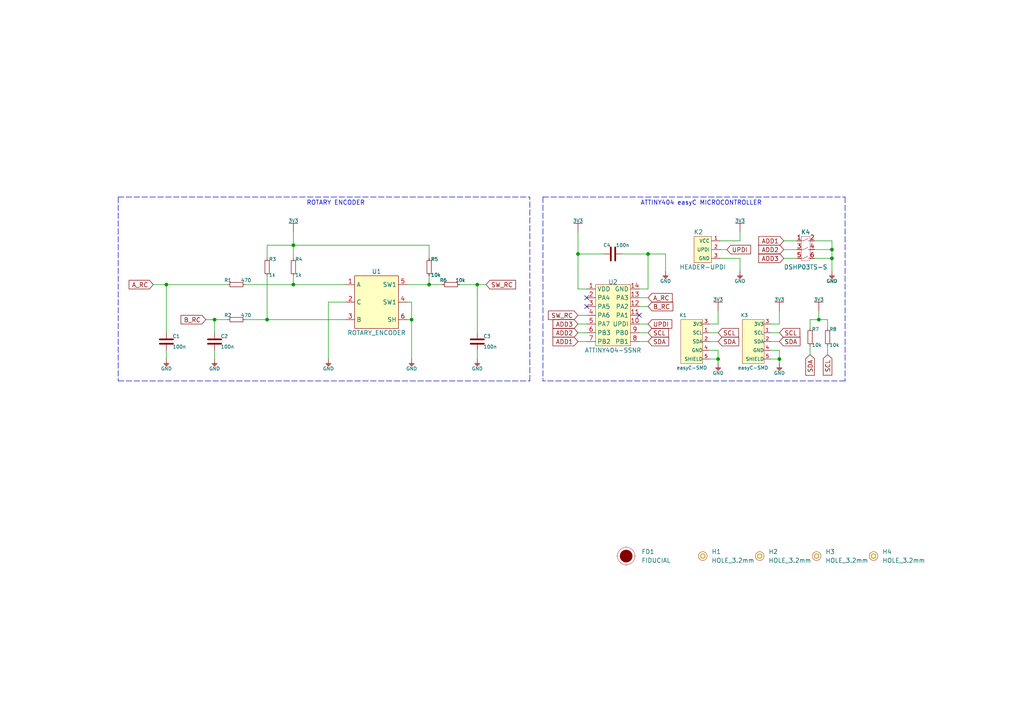
<source format=kicad_sch>
(kicad_sch (version 20211123) (generator eeschema)

  (uuid e63e39d7-6ac0-4ffd-8aa3-1841a4541b55)

  (paper "A4")

  (title_block
    (title "Rotary encoder board with easyC")
    (date "2023-05-21")
    (rev "V1.1.0")
    (company "Soldered Electronics")
    (comment 1 "333188")
  )

  (lib_symbols
    (symbol "0603C_1" (pin_numbers hide) (pin_names (offset 0.002)) (in_bom yes) (on_board yes)
      (property "Reference" "C" (id 0) (at 0 3.81 0)
        (effects (font (size 1 1)))
      )
      (property "Value" "0603C_1" (id 1) (at 0 -3.175 0)
        (effects (font (size 1 1)))
      )
      (property "Footprint" "e-radionica.com footprinti:0603C" (id 2) (at 0.635 -4.445 0)
        (effects (font (size 1 1)) hide)
      )
      (property "Datasheet" "" (id 3) (at 0 0 0)
        (effects (font (size 1 1)) hide)
      )
      (symbol "0603C_1_0_1"
        (polyline
          (pts
            (xy -0.635 1.905)
            (xy -0.635 -1.905)
          )
          (stroke (width 0.5) (type default) (color 0 0 0 0))
          (fill (type none))
        )
        (polyline
          (pts
            (xy 0.635 1.905)
            (xy 0.635 -1.905)
          )
          (stroke (width 0.5) (type default) (color 0 0 0 0))
          (fill (type none))
        )
      )
      (symbol "0603C_1_1_1"
        (pin passive line (at -2.54 0 0) (length 1.9)
          (name "~" (effects (font (size 1.27 1.27))))
          (number "1" (effects (font (size 1.27 1.27))))
        )
        (pin passive line (at 2.54 0 180) (length 1.9)
          (name "~" (effects (font (size 1.27 1.27))))
          (number "2" (effects (font (size 1.27 1.27))))
        )
      )
    )
    (symbol "0603C_2" (pin_numbers hide) (pin_names (offset 0.002)) (in_bom yes) (on_board yes)
      (property "Reference" "C" (id 0) (at 0 3.81 0)
        (effects (font (size 1 1)))
      )
      (property "Value" "0603C_2" (id 1) (at 0 -3.175 0)
        (effects (font (size 1 1)))
      )
      (property "Footprint" "e-radionica.com footprinti:0603C" (id 2) (at 0.635 -4.445 0)
        (effects (font (size 1 1)) hide)
      )
      (property "Datasheet" "" (id 3) (at 0 0 0)
        (effects (font (size 1 1)) hide)
      )
      (symbol "0603C_2_0_1"
        (polyline
          (pts
            (xy -0.635 1.905)
            (xy -0.635 -1.905)
          )
          (stroke (width 0.5) (type default) (color 0 0 0 0))
          (fill (type none))
        )
        (polyline
          (pts
            (xy 0.635 1.905)
            (xy 0.635 -1.905)
          )
          (stroke (width 0.5) (type default) (color 0 0 0 0))
          (fill (type none))
        )
      )
      (symbol "0603C_2_1_1"
        (pin passive line (at -2.54 0 0) (length 1.9)
          (name "~" (effects (font (size 1.27 1.27))))
          (number "1" (effects (font (size 1.27 1.27))))
        )
        (pin passive line (at 2.54 0 180) (length 1.9)
          (name "~" (effects (font (size 1.27 1.27))))
          (number "2" (effects (font (size 1.27 1.27))))
        )
      )
    )
    (symbol "0603C_3" (pin_numbers hide) (pin_names (offset 0.002)) (in_bom yes) (on_board yes)
      (property "Reference" "C" (id 0) (at 0 3.81 0)
        (effects (font (size 1 1)))
      )
      (property "Value" "0603C_3" (id 1) (at 0 -3.175 0)
        (effects (font (size 1 1)))
      )
      (property "Footprint" "e-radionica.com footprinti:0603C" (id 2) (at 0.635 -4.445 0)
        (effects (font (size 1 1)) hide)
      )
      (property "Datasheet" "" (id 3) (at 0 0 0)
        (effects (font (size 1 1)) hide)
      )
      (symbol "0603C_3_0_1"
        (polyline
          (pts
            (xy -0.635 1.905)
            (xy -0.635 -1.905)
          )
          (stroke (width 0.5) (type default) (color 0 0 0 0))
          (fill (type none))
        )
        (polyline
          (pts
            (xy 0.635 1.905)
            (xy 0.635 -1.905)
          )
          (stroke (width 0.5) (type default) (color 0 0 0 0))
          (fill (type none))
        )
      )
      (symbol "0603C_3_1_1"
        (pin passive line (at -2.54 0 0) (length 1.9)
          (name "~" (effects (font (size 1.27 1.27))))
          (number "1" (effects (font (size 1.27 1.27))))
        )
        (pin passive line (at 2.54 0 180) (length 1.9)
          (name "~" (effects (font (size 1.27 1.27))))
          (number "2" (effects (font (size 1.27 1.27))))
        )
      )
    )
    (symbol "0603R_1" (pin_numbers hide) (pin_names (offset 0.254)) (in_bom yes) (on_board yes)
      (property "Reference" "R" (id 0) (at 0 1.27 0)
        (effects (font (size 1 1)))
      )
      (property "Value" "0603R_1" (id 1) (at 0 -1.905 0)
        (effects (font (size 1 1)))
      )
      (property "Footprint" "e-radionica.com footprinti:0603R" (id 2) (at 0 -3.81 0)
        (effects (font (size 1 1)) hide)
      )
      (property "Datasheet" "" (id 3) (at -0.635 1.905 0)
        (effects (font (size 1 1)) hide)
      )
      (symbol "0603R_1_0_1"
        (rectangle (start -1.905 0.635) (end 1.905 -0.635)
          (stroke (width 0.15) (type default) (color 0 0 0 0))
          (fill (type none))
        )
      )
      (symbol "0603R_1_1_1"
        (pin passive line (at -2.54 0 0) (length 0.63)
          (name "~" (effects (font (size 1.27 1.27))))
          (number "1" (effects (font (size 1.27 1.27))))
        )
        (pin passive line (at 2.54 0 180) (length 0.63)
          (name "~" (effects (font (size 1.27 1.27))))
          (number "2" (effects (font (size 1.27 1.27))))
        )
      )
    )
    (symbol "0603R_2" (pin_numbers hide) (pin_names (offset 0.254)) (in_bom yes) (on_board yes)
      (property "Reference" "R" (id 0) (at 0 1.27 0)
        (effects (font (size 1 1)))
      )
      (property "Value" "0603R_2" (id 1) (at 0 -1.905 0)
        (effects (font (size 1 1)))
      )
      (property "Footprint" "e-radionica.com footprinti:0603R" (id 2) (at 0 -3.81 0)
        (effects (font (size 1 1)) hide)
      )
      (property "Datasheet" "" (id 3) (at -0.635 1.905 0)
        (effects (font (size 1 1)) hide)
      )
      (symbol "0603R_2_0_1"
        (rectangle (start -1.905 0.635) (end 1.905 -0.635)
          (stroke (width 0.15) (type default) (color 0 0 0 0))
          (fill (type none))
        )
      )
      (symbol "0603R_2_1_1"
        (pin passive line (at -2.54 0 0) (length 0.63)
          (name "~" (effects (font (size 1.27 1.27))))
          (number "1" (effects (font (size 1.27 1.27))))
        )
        (pin passive line (at 2.54 0 180) (length 0.63)
          (name "~" (effects (font (size 1.27 1.27))))
          (number "2" (effects (font (size 1.27 1.27))))
        )
      )
    )
    (symbol "0603R_3" (pin_numbers hide) (pin_names (offset 0.254)) (in_bom yes) (on_board yes)
      (property "Reference" "R" (id 0) (at 0 1.27 0)
        (effects (font (size 1 1)))
      )
      (property "Value" "0603R_3" (id 1) (at 0 -1.905 0)
        (effects (font (size 1 1)))
      )
      (property "Footprint" "e-radionica.com footprinti:0603R" (id 2) (at 0 -3.81 0)
        (effects (font (size 1 1)) hide)
      )
      (property "Datasheet" "" (id 3) (at -0.635 1.905 0)
        (effects (font (size 1 1)) hide)
      )
      (symbol "0603R_3_0_1"
        (rectangle (start -1.905 0.635) (end 1.905 -0.635)
          (stroke (width 0.15) (type default) (color 0 0 0 0))
          (fill (type none))
        )
      )
      (symbol "0603R_3_1_1"
        (pin passive line (at -2.54 0 0) (length 0.63)
          (name "~" (effects (font (size 1.27 1.27))))
          (number "1" (effects (font (size 1.27 1.27))))
        )
        (pin passive line (at 2.54 0 180) (length 0.63)
          (name "~" (effects (font (size 1.27 1.27))))
          (number "2" (effects (font (size 1.27 1.27))))
        )
      )
    )
    (symbol "0603R_4" (pin_numbers hide) (pin_names (offset 0.254)) (in_bom yes) (on_board yes)
      (property "Reference" "R" (id 0) (at 0 1.27 0)
        (effects (font (size 1 1)))
      )
      (property "Value" "0603R_4" (id 1) (at 0 -1.905 0)
        (effects (font (size 1 1)))
      )
      (property "Footprint" "e-radionica.com footprinti:0603R" (id 2) (at 0 -3.81 0)
        (effects (font (size 1 1)) hide)
      )
      (property "Datasheet" "" (id 3) (at -0.635 1.905 0)
        (effects (font (size 1 1)) hide)
      )
      (symbol "0603R_4_0_1"
        (rectangle (start -1.905 0.635) (end 1.905 -0.635)
          (stroke (width 0.15) (type default) (color 0 0 0 0))
          (fill (type none))
        )
      )
      (symbol "0603R_4_1_1"
        (pin passive line (at -2.54 0 0) (length 0.63)
          (name "~" (effects (font (size 1.27 1.27))))
          (number "1" (effects (font (size 1.27 1.27))))
        )
        (pin passive line (at 2.54 0 180) (length 0.63)
          (name "~" (effects (font (size 1.27 1.27))))
          (number "2" (effects (font (size 1.27 1.27))))
        )
      )
    )
    (symbol "0603R_5" (pin_numbers hide) (pin_names (offset 0.254)) (in_bom yes) (on_board yes)
      (property "Reference" "R" (id 0) (at 0 1.27 0)
        (effects (font (size 1 1)))
      )
      (property "Value" "0603R_5" (id 1) (at 0 -1.905 0)
        (effects (font (size 1 1)))
      )
      (property "Footprint" "e-radionica.com footprinti:0603R" (id 2) (at 0 -3.81 0)
        (effects (font (size 1 1)) hide)
      )
      (property "Datasheet" "" (id 3) (at -0.635 1.905 0)
        (effects (font (size 1 1)) hide)
      )
      (symbol "0603R_5_0_1"
        (rectangle (start -1.905 0.635) (end 1.905 -0.635)
          (stroke (width 0.15) (type default) (color 0 0 0 0))
          (fill (type none))
        )
      )
      (symbol "0603R_5_1_1"
        (pin passive line (at -2.54 0 0) (length 0.63)
          (name "~" (effects (font (size 1.27 1.27))))
          (number "1" (effects (font (size 1.27 1.27))))
        )
        (pin passive line (at 2.54 0 180) (length 0.63)
          (name "~" (effects (font (size 1.27 1.27))))
          (number "2" (effects (font (size 1.27 1.27))))
        )
      )
    )
    (symbol "0603R_6" (pin_numbers hide) (pin_names (offset 0.254)) (in_bom yes) (on_board yes)
      (property "Reference" "R" (id 0) (at 0 1.27 0)
        (effects (font (size 1 1)))
      )
      (property "Value" "0603R_6" (id 1) (at 0 -1.905 0)
        (effects (font (size 1 1)))
      )
      (property "Footprint" "e-radionica.com footprinti:0603R" (id 2) (at 0 -3.81 0)
        (effects (font (size 1 1)) hide)
      )
      (property "Datasheet" "" (id 3) (at -0.635 1.905 0)
        (effects (font (size 1 1)) hide)
      )
      (symbol "0603R_6_0_1"
        (rectangle (start -1.905 0.635) (end 1.905 -0.635)
          (stroke (width 0.15) (type default) (color 0 0 0 0))
          (fill (type none))
        )
      )
      (symbol "0603R_6_1_1"
        (pin passive line (at -2.54 0 0) (length 0.63)
          (name "~" (effects (font (size 1.27 1.27))))
          (number "1" (effects (font (size 1.27 1.27))))
        )
        (pin passive line (at 2.54 0 180) (length 0.63)
          (name "~" (effects (font (size 1.27 1.27))))
          (number "2" (effects (font (size 1.27 1.27))))
        )
      )
    )
    (symbol "0603R_7" (pin_numbers hide) (pin_names (offset 0.254)) (in_bom yes) (on_board yes)
      (property "Reference" "R" (id 0) (at 0 1.27 0)
        (effects (font (size 1 1)))
      )
      (property "Value" "0603R_7" (id 1) (at 0 -1.905 0)
        (effects (font (size 1 1)))
      )
      (property "Footprint" "e-radionica.com footprinti:0603R" (id 2) (at 0 -3.81 0)
        (effects (font (size 1 1)) hide)
      )
      (property "Datasheet" "" (id 3) (at -0.635 1.905 0)
        (effects (font (size 1 1)) hide)
      )
      (symbol "0603R_7_0_1"
        (rectangle (start -1.905 0.635) (end 1.905 -0.635)
          (stroke (width 0.15) (type default) (color 0 0 0 0))
          (fill (type none))
        )
      )
      (symbol "0603R_7_1_1"
        (pin passive line (at -2.54 0 0) (length 0.63)
          (name "~" (effects (font (size 1.27 1.27))))
          (number "1" (effects (font (size 1.27 1.27))))
        )
        (pin passive line (at 2.54 0 180) (length 0.63)
          (name "~" (effects (font (size 1.27 1.27))))
          (number "2" (effects (font (size 1.27 1.27))))
        )
      )
    )
    (symbol "e-radionica.com schematics:0603C" (pin_numbers hide) (pin_names (offset 0.002)) (in_bom yes) (on_board yes)
      (property "Reference" "C" (id 0) (at 0 3.81 0)
        (effects (font (size 1 1)))
      )
      (property "Value" "0603C" (id 1) (at 0 -3.175 0)
        (effects (font (size 1 1)))
      )
      (property "Footprint" "e-radionica.com footprinti:0603C" (id 2) (at 0.635 -4.445 0)
        (effects (font (size 1 1)) hide)
      )
      (property "Datasheet" "" (id 3) (at 0 0 0)
        (effects (font (size 1 1)) hide)
      )
      (symbol "0603C_0_1"
        (polyline
          (pts
            (xy -0.635 1.905)
            (xy -0.635 -1.905)
          )
          (stroke (width 0.5) (type default) (color 0 0 0 0))
          (fill (type none))
        )
        (polyline
          (pts
            (xy 0.635 1.905)
            (xy 0.635 -1.905)
          )
          (stroke (width 0.5) (type default) (color 0 0 0 0))
          (fill (type none))
        )
      )
      (symbol "0603C_1_1"
        (pin passive line (at -2.54 0 0) (length 1.9)
          (name "~" (effects (font (size 1.27 1.27))))
          (number "1" (effects (font (size 1.27 1.27))))
        )
        (pin passive line (at 2.54 0 180) (length 1.9)
          (name "~" (effects (font (size 1.27 1.27))))
          (number "2" (effects (font (size 1.27 1.27))))
        )
      )
    )
    (symbol "e-radionica.com schematics:0603R" (pin_numbers hide) (pin_names (offset 0.254)) (in_bom yes) (on_board yes)
      (property "Reference" "R" (id 0) (at 0 1.27 0)
        (effects (font (size 1 1)))
      )
      (property "Value" "0603R" (id 1) (at 0 -1.905 0)
        (effects (font (size 1 1)))
      )
      (property "Footprint" "e-radionica.com footprinti:0603R" (id 2) (at 0 -3.81 0)
        (effects (font (size 1 1)) hide)
      )
      (property "Datasheet" "" (id 3) (at -0.635 1.905 0)
        (effects (font (size 1 1)) hide)
      )
      (symbol "0603R_0_1"
        (rectangle (start -1.905 0.635) (end 1.905 -0.635)
          (stroke (width 0.15) (type default) (color 0 0 0 0))
          (fill (type none))
        )
      )
      (symbol "0603R_1_1"
        (pin passive line (at -2.54 0 0) (length 0.63)
          (name "~" (effects (font (size 1.27 1.27))))
          (number "1" (effects (font (size 1.27 1.27))))
        )
        (pin passive line (at 2.54 0 180) (length 0.63)
          (name "~" (effects (font (size 1.27 1.27))))
          (number "2" (effects (font (size 1.27 1.27))))
        )
      )
    )
    (symbol "e-radionica.com schematics:3V3" (power) (pin_names (offset 0)) (in_bom yes) (on_board yes)
      (property "Reference" "#PWR" (id 0) (at 4.445 0 0)
        (effects (font (size 1 1)) hide)
      )
      (property "Value" "3V3" (id 1) (at 0 3.556 0)
        (effects (font (size 1 1)))
      )
      (property "Footprint" "" (id 2) (at 4.445 3.81 0)
        (effects (font (size 1 1)) hide)
      )
      (property "Datasheet" "" (id 3) (at 4.445 3.81 0)
        (effects (font (size 1 1)) hide)
      )
      (property "ki_keywords" "power-flag" (id 4) (at 0 0 0)
        (effects (font (size 1.27 1.27)) hide)
      )
      (property "ki_description" "Power symbol creates a global label with name \"3V3\"" (id 5) (at 0 0 0)
        (effects (font (size 1.27 1.27)) hide)
      )
      (symbol "3V3_0_1"
        (polyline
          (pts
            (xy -1.27 2.54)
            (xy 1.27 2.54)
          )
          (stroke (width 0.16) (type default) (color 0 0 0 0))
          (fill (type none))
        )
        (polyline
          (pts
            (xy 0 0)
            (xy 0 2.54)
          )
          (stroke (width 0) (type default) (color 0 0 0 0))
          (fill (type none))
        )
      )
      (symbol "3V3_1_1"
        (pin power_in line (at 0 0 90) (length 0) hide
          (name "3V3" (effects (font (size 1.27 1.27))))
          (number "1" (effects (font (size 1.27 1.27))))
        )
      )
    )
    (symbol "e-radionica.com schematics:ATTINY404-SSNR" (in_bom yes) (on_board yes)
      (property "Reference" "U" (id 0) (at 0 10.16 0)
        (effects (font (size 1.27 1.27)))
      )
      (property "Value" "ATTINY404-SSNR" (id 1) (at 0 -10.16 0)
        (effects (font (size 1.27 1.27)))
      )
      (property "Footprint" "e-radionica.com footprinti:SOIC-14" (id 2) (at 0 -11.43 0)
        (effects (font (size 1.27 1.27)) hide)
      )
      (property "Datasheet" "" (id 3) (at 0 -2.54 0)
        (effects (font (size 1.27 1.27)) hide)
      )
      (symbol "ATTINY404-SSNR_0_1"
        (rectangle (start -5.08 8.89) (end 5.08 -8.89)
          (stroke (width 0.1) (type default) (color 0 0 0 0))
          (fill (type background))
        )
      )
      (symbol "ATTINY404-SSNR_1_1"
        (pin power_in line (at -7.62 7.62 0) (length 2.54)
          (name "VDD" (effects (font (size 1.27 1.27))))
          (number "1" (effects (font (size 1.27 1.27))))
        )
        (pin bidirectional line (at 7.62 -2.54 180) (length 2.54)
          (name "UPDI" (effects (font (size 1.27 1.27))))
          (number "10" (effects (font (size 1.27 1.27))))
        )
        (pin bidirectional line (at 7.62 0 180) (length 2.54)
          (name "PA1" (effects (font (size 1.27 1.27))))
          (number "11" (effects (font (size 1.27 1.27))))
        )
        (pin bidirectional line (at 7.62 2.54 180) (length 2.54)
          (name "PA2" (effects (font (size 1.27 1.27))))
          (number "12" (effects (font (size 1.27 1.27))))
        )
        (pin bidirectional line (at 7.62 5.08 180) (length 2.54)
          (name "PA3" (effects (font (size 1.27 1.27))))
          (number "13" (effects (font (size 1.27 1.27))))
        )
        (pin power_in line (at 7.62 7.62 180) (length 2.54)
          (name "GND" (effects (font (size 1.27 1.27))))
          (number "14" (effects (font (size 1.27 1.27))))
        )
        (pin bidirectional line (at -7.62 5.08 0) (length 2.54)
          (name "PA4" (effects (font (size 1.27 1.27))))
          (number "2" (effects (font (size 1.27 1.27))))
        )
        (pin bidirectional line (at -7.62 2.54 0) (length 2.54)
          (name "PA5" (effects (font (size 1.27 1.27))))
          (number "3" (effects (font (size 1.27 1.27))))
        )
        (pin bidirectional line (at -7.62 0 0) (length 2.54)
          (name "PA6" (effects (font (size 1.27 1.27))))
          (number "4" (effects (font (size 1.27 1.27))))
        )
        (pin bidirectional line (at -7.62 -2.54 0) (length 2.54)
          (name "PA7" (effects (font (size 1.27 1.27))))
          (number "5" (effects (font (size 1.27 1.27))))
        )
        (pin bidirectional line (at -7.62 -5.08 0) (length 2.54)
          (name "PB3" (effects (font (size 1.27 1.27))))
          (number "6" (effects (font (size 1.27 1.27))))
        )
        (pin bidirectional line (at -7.62 -7.62 0) (length 2.54)
          (name "PB2" (effects (font (size 1.27 1.27))))
          (number "7" (effects (font (size 1.27 1.27))))
        )
        (pin bidirectional line (at 7.62 -7.62 180) (length 2.54)
          (name "PB1" (effects (font (size 1.27 1.27))))
          (number "8" (effects (font (size 1.27 1.27))))
        )
        (pin bidirectional line (at 7.62 -5.08 180) (length 2.54)
          (name "PB0" (effects (font (size 1.27 1.27))))
          (number "9" (effects (font (size 1.27 1.27))))
        )
      )
    )
    (symbol "e-radionica.com schematics:DSHP03TS-S" (in_bom yes) (on_board yes)
      (property "Reference" "K" (id 0) (at 0 5.08 0)
        (effects (font (size 1.27 1.27)))
      )
      (property "Value" "DSHP03TS-S" (id 1) (at 0 -5.08 0)
        (effects (font (size 1.27 1.27)))
      )
      (property "Footprint" "e-radionica.com footprinti:DSHP03TS-S" (id 2) (at -1.27 -7.62 0)
        (effects (font (size 1.27 1.27)) hide)
      )
      (property "Datasheet" "" (id 3) (at 0 0 0)
        (effects (font (size 1.27 1.27)) hide)
      )
      (property "ki_keywords" "DIP SW SWITCH " (id 4) (at 0 0 0)
        (effects (font (size 1.27 1.27)) hide)
      )
      (symbol "DSHP03TS-S_0_1"
        (rectangle (start -1.27 3.81) (end 1.27 -3.175)
          (stroke (width 0.0006) (type default) (color 0 0 0 0))
          (fill (type none))
        )
        (polyline
          (pts
            (xy 1.27 -2.54)
            (xy 0.635 -2.54)
          )
          (stroke (width 0.1) (type default) (color 0 0 0 0))
          (fill (type none))
        )
        (polyline
          (pts
            (xy 1.27 0)
            (xy 0.635 0)
          )
          (stroke (width 0.1) (type default) (color 0 0 0 0))
          (fill (type none))
        )
        (polyline
          (pts
            (xy 1.27 2.54)
            (xy 0.635 2.54)
          )
          (stroke (width 0.1) (type default) (color 0 0 0 0))
          (fill (type none))
        )
        (polyline
          (pts
            (xy -1.27 -2.54)
            (xy -0.635 -2.54)
            (xy 0.635 -1.905)
          )
          (stroke (width 0.1) (type default) (color 0 0 0 0))
          (fill (type none))
        )
        (polyline
          (pts
            (xy -1.27 0)
            (xy -0.635 0)
            (xy 0.635 0.635)
          )
          (stroke (width 0.1) (type default) (color 0 0 0 0))
          (fill (type none))
        )
        (polyline
          (pts
            (xy -1.27 2.54)
            (xy -0.635 2.54)
            (xy 0.635 3.175)
          )
          (stroke (width 0.1) (type default) (color 0 0 0 0))
          (fill (type none))
        )
      )
      (symbol "DSHP03TS-S_1_1"
        (pin bidirectional line (at -2.54 2.54 0) (length 1.27)
          (name "~" (effects (font (size 1.27 1.27))))
          (number "1" (effects (font (size 1.27 1.27))))
        )
        (pin bidirectional line (at 2.54 2.54 180) (length 1.27)
          (name "~" (effects (font (size 1.27 1.27))))
          (number "2" (effects (font (size 1.27 1.27))))
        )
        (pin bidirectional line (at -2.54 0 0) (length 1.27)
          (name "~" (effects (font (size 1.27 1.27))))
          (number "3" (effects (font (size 1.27 1.27))))
        )
        (pin bidirectional line (at 2.54 0 180) (length 1.27)
          (name "~" (effects (font (size 1.27 1.27))))
          (number "4" (effects (font (size 1.27 1.27))))
        )
        (pin bidirectional line (at -2.54 -2.54 0) (length 1.27)
          (name "~" (effects (font (size 1.27 1.27))))
          (number "5" (effects (font (size 1.27 1.27))))
        )
        (pin bidirectional line (at 2.54 -2.54 180) (length 1.27)
          (name "~" (effects (font (size 1.27 1.27))))
          (number "6" (effects (font (size 1.27 1.27))))
        )
      )
    )
    (symbol "e-radionica.com schematics:FIDUCIAL" (in_bom no) (on_board yes)
      (property "Reference" "FD" (id 0) (at 0 3.81 0)
        (effects (font (size 1.27 1.27)))
      )
      (property "Value" "FIDUCIAL" (id 1) (at 0 -3.81 0)
        (effects (font (size 1.27 1.27)))
      )
      (property "Footprint" "e-radionica.com footprinti:FIDUCIAL_23" (id 2) (at 0.254 -5.334 0)
        (effects (font (size 1.27 1.27)) hide)
      )
      (property "Datasheet" "" (id 3) (at 0 0 0)
        (effects (font (size 1.27 1.27)) hide)
      )
      (symbol "FIDUCIAL_0_1"
        (polyline
          (pts
            (xy -2.54 0)
            (xy -2.794 0)
          )
          (stroke (width 0.0006) (type default) (color 0 0 0 0))
          (fill (type none))
        )
        (polyline
          (pts
            (xy 0 -2.54)
            (xy 0 -2.794)
          )
          (stroke (width 0.0006) (type default) (color 0 0 0 0))
          (fill (type none))
        )
        (polyline
          (pts
            (xy 0 2.54)
            (xy 0 2.794)
          )
          (stroke (width 0.0006) (type default) (color 0 0 0 0))
          (fill (type none))
        )
        (polyline
          (pts
            (xy 2.54 0)
            (xy 2.794 0)
          )
          (stroke (width 0.0006) (type default) (color 0 0 0 0))
          (fill (type none))
        )
        (circle (center 0 0) (radius 1.7961)
          (stroke (width 0.001) (type default) (color 0 0 0 0))
          (fill (type outline))
        )
        (circle (center 0 0) (radius 2.54)
          (stroke (width 0.0006) (type default) (color 0 0 0 0))
          (fill (type none))
        )
      )
    )
    (symbol "e-radionica.com schematics:GND" (power) (pin_names (offset 0)) (in_bom yes) (on_board yes)
      (property "Reference" "#PWR" (id 0) (at 4.445 0 0)
        (effects (font (size 1 1)) hide)
      )
      (property "Value" "GND" (id 1) (at 0 -2.921 0)
        (effects (font (size 1 1)))
      )
      (property "Footprint" "" (id 2) (at 4.445 3.81 0)
        (effects (font (size 1 1)) hide)
      )
      (property "Datasheet" "" (id 3) (at 4.445 3.81 0)
        (effects (font (size 1 1)) hide)
      )
      (property "ki_keywords" "power-flag" (id 4) (at 0 0 0)
        (effects (font (size 1.27 1.27)) hide)
      )
      (property "ki_description" "Power symbol creates a global label with name \"GND\"" (id 5) (at 0 0 0)
        (effects (font (size 1.27 1.27)) hide)
      )
      (symbol "GND_0_1"
        (polyline
          (pts
            (xy -0.762 -1.27)
            (xy 0.762 -1.27)
          )
          (stroke (width 0.16) (type default) (color 0 0 0 0))
          (fill (type none))
        )
        (polyline
          (pts
            (xy -0.635 -1.524)
            (xy 0.635 -1.524)
          )
          (stroke (width 0.16) (type default) (color 0 0 0 0))
          (fill (type none))
        )
        (polyline
          (pts
            (xy -0.381 -1.778)
            (xy 0.381 -1.778)
          )
          (stroke (width 0.16) (type default) (color 0 0 0 0))
          (fill (type none))
        )
        (polyline
          (pts
            (xy -0.127 -2.032)
            (xy 0.127 -2.032)
          )
          (stroke (width 0.16) (type default) (color 0 0 0 0))
          (fill (type none))
        )
        (polyline
          (pts
            (xy 0 0)
            (xy 0 -1.27)
          )
          (stroke (width 0.16) (type default) (color 0 0 0 0))
          (fill (type none))
        )
      )
      (symbol "GND_1_1"
        (pin power_in line (at 0 0 270) (length 0) hide
          (name "GND" (effects (font (size 1.27 1.27))))
          (number "1" (effects (font (size 1.27 1.27))))
        )
      )
    )
    (symbol "e-radionica.com schematics:HEADER-UPDI" (in_bom yes) (on_board yes)
      (property "Reference" "K" (id 0) (at 0 5.08 0)
        (effects (font (size 1.27 1.27)))
      )
      (property "Value" "HEADER-UPDI" (id 1) (at 0 -5.08 0)
        (effects (font (size 1.27 1.27)))
      )
      (property "Footprint" "e-radionica.com footprinti:HEADER-UPDI" (id 2) (at 0 -7.62 0)
        (effects (font (size 1.27 1.27)) hide)
      )
      (property "Datasheet" "" (id 3) (at 2.54 0 0)
        (effects (font (size 1.27 1.27)) hide)
      )
      (symbol "HEADER-UPDI_0_1"
        (rectangle (start -2.54 3.81) (end 2.54 -3.81)
          (stroke (width 0.1) (type default) (color 0 0 0 0))
          (fill (type background))
        )
      )
      (symbol "HEADER-UPDI_1_1"
        (pin power_in line (at 5.08 2.54 180) (length 2.54)
          (name "VCC" (effects (font (size 1 1))))
          (number "1" (effects (font (size 1 1))))
        )
        (pin bidirectional line (at 5.08 0 180) (length 2.54)
          (name "UPDI" (effects (font (size 1 1))))
          (number "2" (effects (font (size 1 1))))
        )
        (pin power_in line (at 5.08 -2.54 180) (length 2.54)
          (name "GND" (effects (font (size 1 1))))
          (number "3" (effects (font (size 1 1))))
        )
      )
    )
    (symbol "e-radionica.com schematics:HOLE_3.2mm" (pin_numbers hide) (pin_names hide) (in_bom yes) (on_board yes)
      (property "Reference" "H" (id 0) (at 0 2.54 0)
        (effects (font (size 1.27 1.27)))
      )
      (property "Value" "HOLE_3.2mm" (id 1) (at 0 -2.54 0)
        (effects (font (size 1.27 1.27)))
      )
      (property "Footprint" "e-radionica.com footprinti:HOLE_3.2mm" (id 2) (at 0 -5.08 0)
        (effects (font (size 1.27 1.27)) hide)
      )
      (property "Datasheet" "" (id 3) (at 0 0 0)
        (effects (font (size 1.27 1.27)) hide)
      )
      (symbol "HOLE_3.2mm_0_1"
        (circle (center 0 0) (radius 0.635)
          (stroke (width 0.1) (type default) (color 0 0 0 0))
          (fill (type none))
        )
        (circle (center 0 0) (radius 1.27)
          (stroke (width 0.1) (type default) (color 0 0 0 0))
          (fill (type background))
        )
      )
    )
    (symbol "e-radionica.com schematics:ROTARY_ENCODER" (in_bom yes) (on_board yes)
      (property "Reference" "U" (id 0) (at 0 16.51 0)
        (effects (font (size 1.27 1.27)))
      )
      (property "Value" "ROTARY_ENCODER" (id 1) (at 1.27 10.16 0)
        (effects (font (size 1.27 1.27)))
      )
      (property "Footprint" "e-radionica.com footprinti:ROTARY_ENCODER" (id 2) (at 5.08 5.08 0)
        (effects (font (size 1.27 1.27)) hide)
      )
      (property "Datasheet" "https://datasheet.lcsc.com/lcsc/1809181724_ALPSALPINE-EC11E1534408_C278348.pdf" (id 3) (at 5.08 5.08 0)
        (effects (font (size 1.27 1.27)) hide)
      )
      (symbol "ROTARY_ENCODER_0_1"
        (rectangle (start -5.08 7.62) (end 7.62 -7.62)
          (stroke (width 0) (type default) (color 0 0 0 0))
          (fill (type background))
        )
      )
      (symbol "ROTARY_ENCODER_1_1"
        (pin input line (at -7.62 5.08 0) (length 2.54)
          (name "A" (effects (font (size 1.27 1.27))))
          (number "1" (effects (font (size 1.27 1.27))))
        )
        (pin input line (at -7.62 0 0) (length 2.54)
          (name "C" (effects (font (size 1.27 1.27))))
          (number "2" (effects (font (size 1.27 1.27))))
        )
        (pin input line (at -7.62 -5.08 0) (length 2.54)
          (name "B" (effects (font (size 1.27 1.27))))
          (number "3" (effects (font (size 1.27 1.27))))
        )
        (pin passive line (at 10.16 0 180) (length 2.54)
          (name "SW1" (effects (font (size 1.27 1.27))))
          (number "4" (effects (font (size 1.27 1.27))))
        )
        (pin passive line (at 10.16 5.08 180) (length 2.54)
          (name "SW1" (effects (font (size 1.27 1.27))))
          (number "5" (effects (font (size 1.27 1.27))))
        )
        (pin passive line (at 10.16 -5.08 180) (length 2.54)
          (name "SH" (effects (font (size 1.27 1.27))))
          (number "6" (effects (font (size 1.27 1.27))))
        )
      )
    )
    (symbol "e-radionica.com schematics:easyC-SMD" (pin_names (offset 0.002)) (in_bom yes) (on_board yes)
      (property "Reference" "K" (id 0) (at 0 10.16 0)
        (effects (font (size 1 1)))
      )
      (property "Value" "easyC-SMD" (id 1) (at 0 -5.08 0)
        (effects (font (size 1 1)))
      )
      (property "Footprint" "e-radionica.com footprinti:easyC-connector" (id 2) (at 0 -6.35 0)
        (effects (font (size 1 1)) hide)
      )
      (property "Datasheet" "" (id 3) (at 3.175 2.54 0)
        (effects (font (size 1 1)) hide)
      )
      (symbol "easyC-SMD_0_1"
        (rectangle (start -3.175 8.89) (end 3.175 -3.81)
          (stroke (width 0.1) (type default) (color 0 0 0 0))
          (fill (type background))
        )
      )
      (symbol "easyC-SMD_1_1"
        (pin passive line (at 5.08 5.08 180) (length 1.9)
          (name "SCL" (effects (font (size 1 1))))
          (number "1" (effects (font (size 1 1))))
        )
        (pin passive line (at 5.08 2.54 180) (length 1.9)
          (name "SDA" (effects (font (size 1 1))))
          (number "2" (effects (font (size 1 1))))
        )
        (pin passive line (at 5.08 7.62 180) (length 1.9)
          (name "3V3" (effects (font (size 1 1))))
          (number "3" (effects (font (size 1 1))))
        )
        (pin passive line (at 5.08 0 180) (length 1.9)
          (name "GND" (effects (font (size 1 1))))
          (number "4" (effects (font (size 1 1))))
        )
        (pin passive line (at 5.08 -2.54 180) (length 1.9)
          (name "SHIELD" (effects (font (size 1 1))))
          (number "5" (effects (font (size 1 1))))
        )
      )
    )
    (symbol "easyC-SMD_1" (pin_names (offset 0.002)) (in_bom yes) (on_board yes)
      (property "Reference" "K" (id 0) (at 0 10.16 0)
        (effects (font (size 1 1)))
      )
      (property "Value" "easyC-SMD_1" (id 1) (at 0 -5.08 0)
        (effects (font (size 1 1)))
      )
      (property "Footprint" "e-radionica.com footprinti:easyC-connector" (id 2) (at 0 -6.35 0)
        (effects (font (size 1 1)) hide)
      )
      (property "Datasheet" "" (id 3) (at 3.175 2.54 0)
        (effects (font (size 1 1)) hide)
      )
      (symbol "easyC-SMD_1_0_1"
        (rectangle (start -3.175 8.89) (end 3.175 -3.81)
          (stroke (width 0.1) (type default) (color 0 0 0 0))
          (fill (type background))
        )
      )
      (symbol "easyC-SMD_1_1_1"
        (pin passive line (at 5.08 5.08 180) (length 1.9)
          (name "SCL" (effects (font (size 1 1))))
          (number "1" (effects (font (size 1 1))))
        )
        (pin passive line (at 5.08 2.54 180) (length 1.9)
          (name "SDA" (effects (font (size 1 1))))
          (number "2" (effects (font (size 1 1))))
        )
        (pin passive line (at 5.08 7.62 180) (length 1.9)
          (name "3V3" (effects (font (size 1 1))))
          (number "3" (effects (font (size 1 1))))
        )
        (pin passive line (at 5.08 0 180) (length 1.9)
          (name "GND" (effects (font (size 1 1))))
          (number "4" (effects (font (size 1 1))))
        )
        (pin passive line (at 5.08 -2.54 180) (length 1.9)
          (name "SHIELD" (effects (font (size 1 1))))
          (number "5" (effects (font (size 1 1))))
        )
      )
    )
  )

  (junction (at 48.26 82.55) (diameter 0) (color 0 0 0 0)
    (uuid 0be63014-81c7-4514-8e6c-54b5c6a50048)
  )
  (junction (at 119.38 92.71) (diameter 0) (color 0 0 0 0)
    (uuid 113165c0-6a10-4f77-b07f-a52621b504a3)
  )
  (junction (at 138.43 82.55) (diameter 0) (color 0 0 0 0)
    (uuid 1390fc8a-92f4-47bf-ab98-3b5ec2f42454)
  )
  (junction (at 77.47 92.71) (diameter 0) (color 0 0 0 0)
    (uuid 14a77aa2-14ec-4e88-86a7-80a991a1380e)
  )
  (junction (at 241.3 72.39) (diameter 0) (color 0 0 0 0)
    (uuid 161e2832-66e0-4298-8982-1cbdb29bfff5)
  )
  (junction (at 85.09 82.55) (diameter 0) (color 0 0 0 0)
    (uuid 2a7e1dec-ab89-469a-ae99-40c843305d4d)
  )
  (junction (at 124.46 82.55) (diameter 0) (color 0 0 0 0)
    (uuid 2bfcedc7-3ad2-4778-bb01-7c7116e9e19f)
  )
  (junction (at 85.09 71.12) (diameter 0) (color 0 0 0 0)
    (uuid 2d27ed84-eea5-4328-93b1-3aa37a5cbc4b)
  )
  (junction (at 237.49 92.71) (diameter 0) (color 0 0 0 0)
    (uuid 54e79db6-a1ce-4df2-b1bc-e75950296dc0)
  )
  (junction (at 187.96 73.66) (diameter 0) (color 0 0 0 0)
    (uuid 65d5c528-43f9-4783-af17-60f966c30187)
  )
  (junction (at 226.06 104.14) (diameter 0) (color 0 0 0 0)
    (uuid 781eb996-7535-4a22-8614-ef7082855ee7)
  )
  (junction (at 167.64 73.66) (diameter 0) (color 0 0 0 0)
    (uuid 785f13e4-260b-4682-8871-4d47a172d450)
  )
  (junction (at 241.3 74.93) (diameter 0) (color 0 0 0 0)
    (uuid aec689c0-1d96-4970-b708-e7fd7d728408)
  )
  (junction (at 208.28 104.14) (diameter 0) (color 0 0 0 0)
    (uuid c0bfc999-9706-44de-9cbd-4c64012b3153)
  )
  (junction (at 62.23 92.71) (diameter 0) (color 0 0 0 0)
    (uuid e8c0638d-a67d-4b62-aff7-93909ae85d91)
  )

  (no_connect (at 185.42 91.44) (uuid 65840b60-d366-44b3-bab0-83bd1fb569c8))
  (no_connect (at 170.18 86.36) (uuid 65840b60-d366-44b3-bab0-83bd1fb569c9))
  (no_connect (at 170.18 88.9) (uuid 65840b60-d366-44b3-bab0-83bd1fb569ca))

  (wire (pts (xy 138.43 82.55) (xy 140.97 82.55))
    (stroke (width 0) (type default) (color 0 0 0 0))
    (uuid 0409c922-9aaf-44dd-995a-94b6c7465aec)
  )
  (wire (pts (xy 133.35 82.55) (xy 138.43 82.55))
    (stroke (width 0) (type default) (color 0 0 0 0))
    (uuid 05e6021f-96e5-415b-8bf8-d37fbab0152a)
  )
  (wire (pts (xy 124.46 71.12) (xy 85.09 71.12))
    (stroke (width 0) (type default) (color 0 0 0 0))
    (uuid 07bbf626-6897-42ab-b34c-2d79a4656990)
  )
  (wire (pts (xy 124.46 71.12) (xy 124.46 74.93))
    (stroke (width 0) (type default) (color 0 0 0 0))
    (uuid 07e35101-c346-44c7-974e-c1b476b2bad6)
  )
  (polyline (pts (xy 153.67 110.49) (xy 153.67 57.15))
    (stroke (width 0) (type default) (color 0 0 0 0))
    (uuid 0d8d7250-9a19-48b6-b2c3-d0e259e044aa)
  )

  (wire (pts (xy 185.42 83.82) (xy 187.96 83.82))
    (stroke (width 0) (type default) (color 0 0 0 0))
    (uuid 0dfeb920-ce96-4594-9345-b826d74d1341)
  )
  (wire (pts (xy 227.33 69.85) (xy 231.14 69.85))
    (stroke (width 0) (type solid) (color 0 0 0 0))
    (uuid 1053b01a-057e-4e79-a21c-42780a737ea9)
  )
  (wire (pts (xy 95.25 87.63) (xy 95.25 104.14))
    (stroke (width 0) (type default) (color 0 0 0 0))
    (uuid 127e30e2-c236-49c7-887b-7531ec6eb8d8)
  )
  (wire (pts (xy 240.03 95.25) (xy 240.03 92.71))
    (stroke (width 0) (type default) (color 0 0 0 0))
    (uuid 1605b751-2564-4590-8f4e-eabc36b8fa77)
  )
  (polyline (pts (xy 157.48 57.15) (xy 157.48 110.49))
    (stroke (width 0) (type dash) (color 0 0 0 0))
    (uuid 18cf1537-83e6-4374-a277-6e3e21479ab0)
  )

  (wire (pts (xy 187.96 83.82) (xy 187.96 73.66))
    (stroke (width 0) (type default) (color 0 0 0 0))
    (uuid 1cc20893-1e39-4687-ad47-0cd01decbddc)
  )
  (wire (pts (xy 208.915 69.85) (xy 214.63 69.85))
    (stroke (width 0) (type solid) (color 0 0 0 0))
    (uuid 1d1a7683-c090-4798-9b40-7ed0d9f3ce3b)
  )
  (wire (pts (xy 214.63 78.74) (xy 214.63 74.93))
    (stroke (width 0) (type default) (color 0 0 0 0))
    (uuid 1e083a86-d345-4cac-91ae-1d92d18deaec)
  )
  (wire (pts (xy 223.52 99.06) (xy 226.06 99.06))
    (stroke (width 0) (type default) (color 0 0 0 0))
    (uuid 20f3abc5-2dac-4edc-a1ed-2e0ba7c6caf6)
  )
  (wire (pts (xy 48.26 101.6) (xy 48.26 104.14))
    (stroke (width 0) (type default) (color 0 0 0 0))
    (uuid 24af1534-f531-4b21-b5be-b81868e9e45d)
  )
  (wire (pts (xy 167.64 83.82) (xy 167.64 73.66))
    (stroke (width 0) (type default) (color 0 0 0 0))
    (uuid 2e9132dd-e656-451b-85d4-6046c08e19e3)
  )
  (polyline (pts (xy 157.48 57.15) (xy 245.11 57.15))
    (stroke (width 0) (type dash) (color 0 0 0 0))
    (uuid 2f4c659c-2ccb-4fb1-808e-7868af588a89)
  )

  (wire (pts (xy 118.11 87.63) (xy 119.38 87.63))
    (stroke (width 0) (type default) (color 0 0 0 0))
    (uuid 357f516a-8d78-443b-904b-6cc9fb3b427e)
  )
  (wire (pts (xy 77.47 71.12) (xy 77.47 74.93))
    (stroke (width 0) (type default) (color 0 0 0 0))
    (uuid 385e0403-8b28-4505-873a-a91713d8181b)
  )
  (wire (pts (xy 128.27 82.55) (xy 124.46 82.55))
    (stroke (width 0) (type default) (color 0 0 0 0))
    (uuid 3a679202-d4b3-42b3-befb-a72f89f6e345)
  )
  (wire (pts (xy 71.12 92.71) (xy 77.47 92.71))
    (stroke (width 0) (type default) (color 0 0 0 0))
    (uuid 3b0a9a93-6189-41fd-8dfd-d08b2ffcb36a)
  )
  (wire (pts (xy 185.42 96.52) (xy 187.96 96.52))
    (stroke (width 0) (type solid) (color 0 0 0 0))
    (uuid 3b6dda98-f455-4961-854e-3c4cceecffcc)
  )
  (wire (pts (xy 234.95 95.25) (xy 234.95 92.71))
    (stroke (width 0) (type default) (color 0 0 0 0))
    (uuid 3bcdc9b3-5971-4415-85d1-ea2d3f8ac45a)
  )
  (wire (pts (xy 208.28 93.98) (xy 208.28 90.17))
    (stroke (width 0) (type solid) (color 0 0 0 0))
    (uuid 3d70e675-48ae-4edd-b95d-3ca51e634018)
  )
  (polyline (pts (xy 34.29 57.15) (xy 153.67 57.15))
    (stroke (width 0) (type default) (color 0 0 0 0))
    (uuid 3faad17b-e1e6-48a5-9fa2-29d6702525ed)
  )

  (wire (pts (xy 208.915 74.93) (xy 214.63 74.93))
    (stroke (width 0) (type solid) (color 0 0 0 0))
    (uuid 41524d81-a7f7-45af-a8c6-15609b68d1fd)
  )
  (wire (pts (xy 227.33 74.93) (xy 231.14 74.93))
    (stroke (width 0) (type solid) (color 0 0 0 0))
    (uuid 4198eb99-d244-457e-8768-395280df1a66)
  )
  (wire (pts (xy 185.42 93.98) (xy 187.96 93.98))
    (stroke (width 0) (type solid) (color 0 0 0 0))
    (uuid 42f10020-b50a-4739-a546-6b63e441c980)
  )
  (wire (pts (xy 208.28 104.14) (xy 208.28 105.41))
    (stroke (width 0) (type solid) (color 0 0 0 0))
    (uuid 435e8585-0aa6-45a8-a095-bd4d51e05765)
  )
  (wire (pts (xy 208.28 101.6) (xy 208.28 104.14))
    (stroke (width 0) (type solid) (color 0 0 0 0))
    (uuid 44e993be-f2df-4e61-a598-dfd6e106a208)
  )
  (polyline (pts (xy 34.29 110.49) (xy 153.67 110.49))
    (stroke (width 0) (type default) (color 0 0 0 0))
    (uuid 465a29f5-8648-4247-b668-16d1b4085a68)
  )

  (wire (pts (xy 85.09 82.55) (xy 100.33 82.55))
    (stroke (width 0) (type default) (color 0 0 0 0))
    (uuid 475a23cb-6bcd-4c86-8ebe-3fdf0081db90)
  )
  (wire (pts (xy 226.06 101.6) (xy 226.06 104.14))
    (stroke (width 0) (type solid) (color 0 0 0 0))
    (uuid 4aee84d1-0859-48ac-a053-5a981ee1b24a)
  )
  (wire (pts (xy 185.42 88.9) (xy 187.96 88.9))
    (stroke (width 0) (type default) (color 0 0 0 0))
    (uuid 4b23ea7e-e394-42d2-adaf-c5ff5c515929)
  )
  (wire (pts (xy 226.06 93.98) (xy 226.06 90.17))
    (stroke (width 0) (type solid) (color 0 0 0 0))
    (uuid 50a799a7-f8f3-4f13-9288-b10696e9a7da)
  )
  (wire (pts (xy 214.63 67.31) (xy 214.63 69.85))
    (stroke (width 0) (type default) (color 0 0 0 0))
    (uuid 524ea26e-f4a7-496d-b84b-727b548bb741)
  )
  (wire (pts (xy 227.33 72.39) (xy 231.14 72.39))
    (stroke (width 0) (type solid) (color 0 0 0 0))
    (uuid 586ec748-563a-478a-82db-706fb951336a)
  )
  (wire (pts (xy 85.09 67.31) (xy 85.09 71.12))
    (stroke (width 0) (type default) (color 0 0 0 0))
    (uuid 5944fa59-6003-46d2-a678-9b2fe5a08ab0)
  )
  (wire (pts (xy 180.34 73.66) (xy 187.96 73.66))
    (stroke (width 0) (type solid) (color 0 0 0 0))
    (uuid 5dbda758-e74b-4ccf-ad68-495d537d68ba)
  )
  (wire (pts (xy 223.52 96.52) (xy 226.06 96.52))
    (stroke (width 0) (type default) (color 0 0 0 0))
    (uuid 601e7fce-dad2-495a-9050-f7653da945cc)
  )
  (wire (pts (xy 205.74 96.52) (xy 208.28 96.52))
    (stroke (width 0) (type solid) (color 0 0 0 0))
    (uuid 6239967a-77bd-4ec9-89cd-e04efd8dbe26)
  )
  (polyline (pts (xy 245.11 57.15) (xy 245.11 110.49))
    (stroke (width 0) (type dash) (color 0 0 0 0))
    (uuid 62a1b97d-067d-487c-835b-0166330d25fe)
  )

  (wire (pts (xy 119.38 87.63) (xy 119.38 92.71))
    (stroke (width 0) (type default) (color 0 0 0 0))
    (uuid 6c8c95c8-905e-4efc-891b-28984902eb8d)
  )
  (wire (pts (xy 62.23 92.71) (xy 66.04 92.71))
    (stroke (width 0) (type default) (color 0 0 0 0))
    (uuid 6e6c234b-a19b-4ab5-9ddb-19250ff7e9ae)
  )
  (wire (pts (xy 241.3 72.39) (xy 241.3 74.93))
    (stroke (width 0) (type default) (color 0 0 0 0))
    (uuid 7185ac6f-588a-4d08-be76-b5242d455f8c)
  )
  (wire (pts (xy 71.12 82.55) (xy 85.09 82.55))
    (stroke (width 0) (type default) (color 0 0 0 0))
    (uuid 750f4eec-2625-4a36-976c-0ab0688512a5)
  )
  (wire (pts (xy 223.52 93.98) (xy 226.06 93.98))
    (stroke (width 0) (type default) (color 0 0 0 0))
    (uuid 7b38d091-1ff5-445f-830d-cef34de43391)
  )
  (wire (pts (xy 85.09 80.01) (xy 85.09 82.55))
    (stroke (width 0) (type default) (color 0 0 0 0))
    (uuid 7cd1d377-c83d-4dde-8e48-aaa90f55022e)
  )
  (wire (pts (xy 77.47 80.01) (xy 77.47 92.71))
    (stroke (width 0) (type default) (color 0 0 0 0))
    (uuid 7d3e7ff4-6532-4dcd-98c4-2d86dd03570f)
  )
  (wire (pts (xy 226.06 104.14) (xy 226.06 105.41))
    (stroke (width 0) (type solid) (color 0 0 0 0))
    (uuid 80bb94fb-41a1-402f-82a4-3a88b6534bda)
  )
  (wire (pts (xy 185.42 86.36) (xy 187.96 86.36))
    (stroke (width 0) (type default) (color 0 0 0 0))
    (uuid 819b4251-f100-46c6-a022-16e224ab5524)
  )
  (wire (pts (xy 48.26 82.55) (xy 66.04 82.55))
    (stroke (width 0) (type default) (color 0 0 0 0))
    (uuid 841dc418-7392-46cb-8e61-53ebb480133b)
  )
  (wire (pts (xy 241.3 74.93) (xy 241.3 78.74))
    (stroke (width 0) (type default) (color 0 0 0 0))
    (uuid 88adee89-f8d9-4e23-ba24-113807516ffb)
  )
  (wire (pts (xy 100.33 92.71) (xy 77.47 92.71))
    (stroke (width 0) (type default) (color 0 0 0 0))
    (uuid 8b6fca08-621e-4fbe-b921-2bbe3ddf31f5)
  )
  (wire (pts (xy 236.22 72.39) (xy 241.3 72.39))
    (stroke (width 0) (type default) (color 0 0 0 0))
    (uuid 8d449878-8b32-4bba-bcd9-aaaaeedea004)
  )
  (wire (pts (xy 240.03 102.87) (xy 240.03 100.33))
    (stroke (width 0) (type default) (color 0 0 0 0))
    (uuid 8daf287f-39bd-4b62-9eb4-4c91c80f1268)
  )
  (wire (pts (xy 205.74 93.98) (xy 208.28 93.98))
    (stroke (width 0) (type solid) (color 0 0 0 0))
    (uuid 9404ce4c-2ce6-4f88-8062-13577800d257)
  )
  (wire (pts (xy 170.18 83.82) (xy 167.64 83.82))
    (stroke (width 0) (type default) (color 0 0 0 0))
    (uuid 9d4fa5c7-4472-4425-b4d1-e6e1a0d1670b)
  )
  (wire (pts (xy 119.38 92.71) (xy 118.11 92.71))
    (stroke (width 0) (type default) (color 0 0 0 0))
    (uuid a00c296f-2a73-44ba-9be5-c074406c3973)
  )
  (polyline (pts (xy 245.11 110.49) (xy 157.48 110.49))
    (stroke (width 0) (type dash) (color 0 0 0 0))
    (uuid a2a33a3d-c501-4e33-b67b-7d07ef8aa4a7)
  )

  (wire (pts (xy 167.64 93.98) (xy 170.18 93.98))
    (stroke (width 0) (type solid) (color 0 0 0 0))
    (uuid a6891c49-3648-41ce-811e-fccb4c4653af)
  )
  (wire (pts (xy 167.64 73.66) (xy 167.64 67.31))
    (stroke (width 0) (type solid) (color 0 0 0 0))
    (uuid a6c7f556-10bb-4a6d-b61b-a732ec6fa5cc)
  )
  (wire (pts (xy 100.33 87.63) (xy 95.25 87.63))
    (stroke (width 0) (type default) (color 0 0 0 0))
    (uuid a9a0c80f-ee2c-46d4-a203-6ec7cc5d0eb5)
  )
  (wire (pts (xy 234.95 102.87) (xy 234.95 100.33))
    (stroke (width 0) (type default) (color 0 0 0 0))
    (uuid aa2c2c9d-4d43-42eb-83c8-d982503b4ed9)
  )
  (wire (pts (xy 223.52 101.6) (xy 226.06 101.6))
    (stroke (width 0) (type default) (color 0 0 0 0))
    (uuid acebbd4c-c9cf-4e16-aa3c-0af390b0acb1)
  )
  (wire (pts (xy 241.3 69.85) (xy 241.3 72.39))
    (stroke (width 0) (type default) (color 0 0 0 0))
    (uuid b000de69-7824-4724-ad6f-2b7843c7dda5)
  )
  (wire (pts (xy 237.49 92.71) (xy 240.03 92.71))
    (stroke (width 0) (type default) (color 0 0 0 0))
    (uuid b0eee2ce-628e-442c-b632-4a359c298df3)
  )
  (wire (pts (xy 167.64 91.44) (xy 170.18 91.44))
    (stroke (width 0) (type default) (color 0 0 0 0))
    (uuid b61e78c1-958a-4345-a047-f6894dcd028d)
  )
  (wire (pts (xy 118.11 82.55) (xy 124.46 82.55))
    (stroke (width 0) (type default) (color 0 0 0 0))
    (uuid b63c2eb0-958d-47ea-b25e-bc223fc95e86)
  )
  (wire (pts (xy 167.64 96.52) (xy 170.18 96.52))
    (stroke (width 0) (type solid) (color 0 0 0 0))
    (uuid b8b15b51-8345-4a1d-8ecf-04fc15b9e450)
  )
  (polyline (pts (xy 34.29 57.15) (xy 34.29 110.49))
    (stroke (width 0) (type default) (color 0 0 0 0))
    (uuid bacb9a91-2a1c-4876-ae7c-1f9e280f7911)
  )

  (wire (pts (xy 85.09 71.12) (xy 85.09 74.93))
    (stroke (width 0) (type default) (color 0 0 0 0))
    (uuid bb44d3b8-2b18-4f19-86fc-ec3c4733cce6)
  )
  (wire (pts (xy 208.915 72.39) (xy 210.82 72.39))
    (stroke (width 0) (type solid) (color 0 0 0 0))
    (uuid bcacf97a-a49b-480c-96ed-a857f56faeb2)
  )
  (wire (pts (xy 138.43 101.6) (xy 138.43 104.14))
    (stroke (width 0) (type default) (color 0 0 0 0))
    (uuid c15b9a08-3378-4922-b34a-b4e07ff08a36)
  )
  (wire (pts (xy 138.43 96.52) (xy 138.43 82.55))
    (stroke (width 0) (type default) (color 0 0 0 0))
    (uuid c1cb1969-035c-41fa-8823-8d164d46b176)
  )
  (wire (pts (xy 59.69 92.71) (xy 62.23 92.71))
    (stroke (width 0) (type default) (color 0 0 0 0))
    (uuid c25adef0-49e0-4500-9e62-da83da72412e)
  )
  (wire (pts (xy 119.38 104.14) (xy 119.38 92.71))
    (stroke (width 0) (type default) (color 0 0 0 0))
    (uuid c7e5db40-0bdf-4b88-b901-81a9c2336c1b)
  )
  (wire (pts (xy 62.23 101.6) (xy 62.23 104.14))
    (stroke (width 0) (type default) (color 0 0 0 0))
    (uuid cf844a42-6ba6-4f10-a53a-67c0f3e7e45a)
  )
  (wire (pts (xy 124.46 80.01) (xy 124.46 82.55))
    (stroke (width 0) (type default) (color 0 0 0 0))
    (uuid cfeb4e89-951f-4b30-ae6c-549c9fa6bc43)
  )
  (wire (pts (xy 175.26 73.66) (xy 167.64 73.66))
    (stroke (width 0) (type solid) (color 0 0 0 0))
    (uuid d396ce56-1974-47b7-a41b-ae2b20ef835c)
  )
  (wire (pts (xy 236.22 69.85) (xy 241.3 69.85))
    (stroke (width 0) (type default) (color 0 0 0 0))
    (uuid d3af0dac-490e-4226-aacd-9f873988e8d8)
  )
  (wire (pts (xy 187.96 73.66) (xy 193.04 73.66))
    (stroke (width 0) (type solid) (color 0 0 0 0))
    (uuid d67e5ef9-158e-4916-ad8c-5930e76025fc)
  )
  (wire (pts (xy 193.04 78.74) (xy 193.04 73.66))
    (stroke (width 0) (type default) (color 0 0 0 0))
    (uuid dd5efec4-488b-4efc-8103-682b60adb55b)
  )
  (wire (pts (xy 234.95 92.71) (xy 237.49 92.71))
    (stroke (width 0) (type default) (color 0 0 0 0))
    (uuid dee05e07-af47-4ec3-ab9f-d8390c0d2faa)
  )
  (wire (pts (xy 205.74 101.6) (xy 208.28 101.6))
    (stroke (width 0) (type default) (color 0 0 0 0))
    (uuid e00009a3-77d8-434d-b79d-ce9404448b43)
  )
  (wire (pts (xy 223.52 104.14) (xy 226.06 104.14))
    (stroke (width 0) (type default) (color 0 0 0 0))
    (uuid e438d26e-bc5b-4a1d-9c00-f3c1ad0ee533)
  )
  (wire (pts (xy 185.42 99.06) (xy 187.96 99.06))
    (stroke (width 0) (type solid) (color 0 0 0 0))
    (uuid eafb53d1-7486-4935-b154-2efbffbed6ca)
  )
  (wire (pts (xy 236.22 74.93) (xy 241.3 74.93))
    (stroke (width 0) (type default) (color 0 0 0 0))
    (uuid ec3917f6-c5a0-492c-af90-007a00773433)
  )
  (wire (pts (xy 77.47 71.12) (xy 85.09 71.12))
    (stroke (width 0) (type default) (color 0 0 0 0))
    (uuid ec6ea5c7-4df1-4583-97a1-4703f4575fec)
  )
  (wire (pts (xy 48.26 96.52) (xy 48.26 82.55))
    (stroke (width 0) (type default) (color 0 0 0 0))
    (uuid f0da0fe0-0814-493e-95f4-c6f399b7c2ab)
  )
  (wire (pts (xy 205.74 99.06) (xy 208.28 99.06))
    (stroke (width 0) (type solid) (color 0 0 0 0))
    (uuid f2c43eeb-76da-49f4-b8e6-cd74ebb3190b)
  )
  (wire (pts (xy 44.45 82.55) (xy 48.26 82.55))
    (stroke (width 0) (type default) (color 0 0 0 0))
    (uuid f561a24d-4fff-44bc-bf0a-c3ef485dd76b)
  )
  (wire (pts (xy 237.49 90.17) (xy 237.49 92.71))
    (stroke (width 0) (type default) (color 0 0 0 0))
    (uuid f69b5643-4909-43c5-9898-9b9c1a87f97f)
  )
  (wire (pts (xy 205.74 104.14) (xy 208.28 104.14))
    (stroke (width 0) (type default) (color 0 0 0 0))
    (uuid f8fa2283-822a-458a-8e53-67f6225fcc57)
  )
  (wire (pts (xy 62.23 96.52) (xy 62.23 92.71))
    (stroke (width 0) (type default) (color 0 0 0 0))
    (uuid fa029fb1-c11c-466c-a882-91e4b68d36d8)
  )
  (wire (pts (xy 167.64 99.06) (xy 170.18 99.06))
    (stroke (width 0) (type solid) (color 0 0 0 0))
    (uuid fe4869dc-e96e-4bb4-a38d-2ca990635f2d)
  )

  (text "ATTINY404 easyC MICROCONTROLLER" (at 220.98 59.69 180)
    (effects (font (size 1.27 1.27)) (justify right bottom))
    (uuid 8ade7975-64a0-440a-8545-11958836bf48)
  )
  (text "ROTARY ENCODER" (at 88.9 59.69 0)
    (effects (font (size 1.27 1.27)) (justify left bottom))
    (uuid bf1b3717-31ef-42a7-a9ab-aa951370cab3)
  )

  (global_label "SDA" (shape input) (at 226.06 99.06 0)
    (effects (font (size 1.27 1.27)) (justify left))
    (uuid 3d2a15cb-c492-4d9a-b1dd-7d5f099d2d31)
    (property "Intersheet References" "${INTERSHEET_REFS}" (id 0) (at 233.5652 98.9806 0)
      (effects (font (size 1.27 1.27)) (justify left) hide)
    )
  )
  (global_label "A_RC" (shape input) (at 187.96 86.36 0) (fields_autoplaced)
    (effects (font (size 1.27 1.27)) (justify left))
    (uuid 41198565-7bae-465b-9ec6-eaff512420ff)
    (property "Intersheet References" "${INTERSHEET_REFS}" (id 0) (at 194.9693 86.4394 0)
      (effects (font (size 1.27 1.27)) (justify left) hide)
    )
  )
  (global_label "ADD1" (shape input) (at 227.33 69.85 180)
    (effects (font (size 1.27 1.27)) (justify right))
    (uuid 44a8a96b-3053-4222-9241-aa484f5ebe13)
    (property "Intersheet References" "${INTERSHEET_REFS}" (id 0) (at 218.5548 69.7706 0)
      (effects (font (size 1.27 1.27)) (justify right) hide)
    )
  )
  (global_label "SCL" (shape input) (at 187.96 96.52 0)
    (effects (font (size 1.27 1.27)) (justify left))
    (uuid 4c717b47-484c-4d70-8fcd-83c406ff2d17)
    (property "Intersheet References" "${INTERSHEET_REFS}" (id 0) (at 195.4047 96.4406 0)
      (effects (font (size 1.27 1.27)) (justify left) hide)
    )
  )
  (global_label "SDA" (shape input) (at 234.95 102.87 270)
    (effects (font (size 1.27 1.27)) (justify right))
    (uuid 4d55ddc7-73be-49f7-98ea-a0ba474cbdb0)
    (property "Intersheet References" "${INTERSHEET_REFS}" (id 0) (at 234.8706 110.3752 90)
      (effects (font (size 1.27 1.27)) (justify right) hide)
    )
  )
  (global_label "SW_RC" (shape input) (at 167.64 91.44 180) (fields_autoplaced)
    (effects (font (size 1.27 1.27)) (justify right))
    (uuid 53450cca-0496-4005-a7ef-5b1ae88fa402)
    (property "Intersheet References" "${INTERSHEET_REFS}" (id 0) (at 159.0583 91.5194 0)
      (effects (font (size 1.27 1.27)) (justify right) hide)
    )
  )
  (global_label "SW_RC" (shape input) (at 140.97 82.55 0) (fields_autoplaced)
    (effects (font (size 1.27 1.27)) (justify left))
    (uuid 53911083-f80d-4189-803f-08062342221d)
    (property "Intersheet References" "${INTERSHEET_REFS}" (id 0) (at 149.5517 82.4706 0)
      (effects (font (size 1.27 1.27)) (justify left) hide)
    )
  )
  (global_label "B_RC" (shape input) (at 59.69 92.71 180) (fields_autoplaced)
    (effects (font (size 1.27 1.27)) (justify right))
    (uuid 5606faac-c1f6-465c-a319-97e60b2d08dc)
    (property "Intersheet References" "${INTERSHEET_REFS}" (id 0) (at 52.4993 92.6306 0)
      (effects (font (size 1.27 1.27)) (justify right) hide)
    )
  )
  (global_label "ADD3" (shape input) (at 167.64 93.98 180)
    (effects (font (size 1.27 1.27)) (justify right))
    (uuid 68039801-1b0f-480a-861d-d55f24af0c17)
    (property "Intersheet References" "${INTERSHEET_REFS}" (id 0) (at 158.8648 93.9006 0)
      (effects (font (size 1.27 1.27)) (justify right) hide)
    )
  )
  (global_label "ADD1" (shape input) (at 167.64 99.06 180)
    (effects (font (size 1.27 1.27)) (justify right))
    (uuid 7806469b-c133-4e19-b2d5-f2b690b4b2f3)
    (property "Intersheet References" "${INTERSHEET_REFS}" (id 0) (at 158.8648 98.9806 0)
      (effects (font (size 1.27 1.27)) (justify right) hide)
    )
  )
  (global_label "ADD3" (shape input) (at 227.33 74.93 180)
    (effects (font (size 1.27 1.27)) (justify right))
    (uuid 8202d57b-d5d2-4a80-8c03-3c6bdbbd1ddf)
    (property "Intersheet References" "${INTERSHEET_REFS}" (id 0) (at 218.5548 74.8506 0)
      (effects (font (size 1.27 1.27)) (justify right) hide)
    )
  )
  (global_label "B_RC" (shape input) (at 187.96 88.9 0) (fields_autoplaced)
    (effects (font (size 1.27 1.27)) (justify left))
    (uuid aca72df0-a465-4a79-8704-1044a3e949c8)
    (property "Intersheet References" "${INTERSHEET_REFS}" (id 0) (at 195.1507 88.9794 0)
      (effects (font (size 1.27 1.27)) (justify left) hide)
    )
  )
  (global_label "ADD2" (shape input) (at 227.33 72.39 180)
    (effects (font (size 1.27 1.27)) (justify right))
    (uuid af7ed34f-31b5-4744-97e9-29e5f4d85343)
    (property "Intersheet References" "${INTERSHEET_REFS}" (id 0) (at 218.5548 72.3106 0)
      (effects (font (size 1.27 1.27)) (justify right) hide)
    )
  )
  (global_label "UPDI" (shape input) (at 187.96 93.98 0)
    (effects (font (size 1.27 1.27)) (justify left))
    (uuid b55dabdc-b790-4740-9349-75159cff975a)
    (property "Intersheet References" "${INTERSHEET_REFS}" (id 0) (at 196.3723 93.9006 0)
      (effects (font (size 1.27 1.27)) (justify left) hide)
    )
  )
  (global_label "SCL" (shape input) (at 208.28 96.52 0)
    (effects (font (size 1.27 1.27)) (justify left))
    (uuid b5ffe018-0d06-4a1b-95ee-b5763a35798d)
    (property "Intersheet References" "${INTERSHEET_REFS}" (id 0) (at 215.7247 96.4406 0)
      (effects (font (size 1.27 1.27)) (justify left) hide)
    )
  )
  (global_label "SCL" (shape input) (at 240.03 102.87 270)
    (effects (font (size 1.27 1.27)) (justify right))
    (uuid bb673c7a-d2b0-45b0-bfe2-0b113c092a77)
    (property "Intersheet References" "${INTERSHEET_REFS}" (id 0) (at 240.1094 110.3147 90)
      (effects (font (size 1.27 1.27)) (justify right) hide)
    )
  )
  (global_label "A_RC" (shape input) (at 44.45 82.55 180) (fields_autoplaced)
    (effects (font (size 1.27 1.27)) (justify right))
    (uuid c285fdea-7948-4cf6-bcb5-c41a7fee475a)
    (property "Intersheet References" "${INTERSHEET_REFS}" (id 0) (at 37.4407 82.4706 0)
      (effects (font (size 1.27 1.27)) (justify right) hide)
    )
  )
  (global_label "UPDI" (shape input) (at 210.82 72.39 0)
    (effects (font (size 1.27 1.27)) (justify left))
    (uuid cfcae4a3-5d05-48fe-9a5f-9dcd4da4bd65)
    (property "Intersheet References" "${INTERSHEET_REFS}" (id 0) (at 219.2323 72.3106 0)
      (effects (font (size 1.27 1.27)) (justify left) hide)
    )
  )
  (global_label "ADD2" (shape input) (at 167.64 96.52 180)
    (effects (font (size 1.27 1.27)) (justify right))
    (uuid dff67d5c-d976-4516-ae67-dbbdb70f8ddd)
    (property "Intersheet References" "${INTERSHEET_REFS}" (id 0) (at 158.8648 96.4406 0)
      (effects (font (size 1.27 1.27)) (justify right) hide)
    )
  )
  (global_label "SDA" (shape input) (at 187.96 99.06 0)
    (effects (font (size 1.27 1.27)) (justify left))
    (uuid ed9596e5-f4f2-4fc2-bb34-16ad21b3b120)
    (property "Intersheet References" "${INTERSHEET_REFS}" (id 0) (at 195.4652 99.1394 0)
      (effects (font (size 1.27 1.27)) (justify left) hide)
    )
  )
  (global_label "SCL" (shape input) (at 226.06 96.52 0)
    (effects (font (size 1.27 1.27)) (justify left))
    (uuid f7758f2a-e5c9-405c-960a-353b36eaf72d)
    (property "Intersheet References" "${INTERSHEET_REFS}" (id 0) (at 233.5047 96.4406 0)
      (effects (font (size 1.27 1.27)) (justify left) hide)
    )
  )
  (global_label "SDA" (shape input) (at 208.28 99.06 0)
    (effects (font (size 1.27 1.27)) (justify left))
    (uuid f87a4771-a0a7-489f-9d85-4574dbea71cc)
    (property "Intersheet References" "${INTERSHEET_REFS}" (id 0) (at 215.7852 98.9806 0)
      (effects (font (size 1.27 1.27)) (justify left) hide)
    )
  )

  (symbol (lib_id "e-radionica.com schematics:HOLE_3.2mm") (at 220.345 161.29 0) (unit 1)
    (in_bom yes) (on_board yes)
    (uuid 0a79db37-f1d9-40b1-a24d-8bdfb8f637e2)
    (property "Reference" "H2" (id 0) (at 222.885 160.02 0)
      (effects (font (size 1.27 1.27)) (justify left))
    )
    (property "Value" "HOLE_3.2mm" (id 1) (at 222.885 162.56 0)
      (effects (font (size 1.27 1.27)) (justify left))
    )
    (property "Footprint" "e-radionica.com footprinti:HOLE_3.2mm" (id 2) (at 220.345 161.29 0)
      (effects (font (size 1.27 1.27)) hide)
    )
    (property "Datasheet" "" (id 3) (at 220.345 161.29 0)
      (effects (font (size 1.27 1.27)) hide)
    )
  )

  (symbol (lib_id "e-radionica.com schematics:GND") (at 48.26 104.14 0) (unit 1)
    (in_bom yes) (on_board yes)
    (uuid 0b9f8675-73a1-4aa3-a9f9-089edd7fc152)
    (property "Reference" "#PWR0111" (id 0) (at 52.705 104.14 0)
      (effects (font (size 1 1)) hide)
    )
    (property "Value" "GND" (id 1) (at 48.26 106.934 0)
      (effects (font (size 1 1)))
    )
    (property "Footprint" "" (id 2) (at 52.705 100.33 0)
      (effects (font (size 1 1)) hide)
    )
    (property "Datasheet" "" (id 3) (at 52.705 100.33 0)
      (effects (font (size 1 1)) hide)
    )
    (pin "1" (uuid 4f3d750d-ab24-4467-bf98-0c708b6ede9d))
  )

  (symbol (lib_name "0603R_5") (lib_id "e-radionica.com schematics:0603R") (at 68.58 82.55 180) (unit 1)
    (in_bom yes) (on_board yes)
    (uuid 0d31b939-1c5c-4983-87c7-4b9307fc3001)
    (property "Reference" "R1" (id 0) (at 65.024 81.28 0)
      (effects (font (size 1 1)) (justify right))
    )
    (property "Value" "470" (id 1) (at 69.85 81.28 0)
      (effects (font (size 1 1)) (justify right))
    )
    (property "Footprint" "e-radionica.com footprinti:0603R" (id 2) (at 69.215 84.455 0)
      (effects (font (size 1 1)) hide)
    )
    (property "Datasheet" "" (id 3) (at 69.215 84.455 0)
      (effects (font (size 1 1)) hide)
    )
    (pin "1" (uuid 2046c5bb-6aa2-4815-bd7e-b5eb35618c09))
    (pin "2" (uuid e55a9852-d58d-4963-b9e5-9d660d83d72c))
  )

  (symbol (lib_name "0603R_2") (lib_id "e-radionica.com schematics:0603R") (at 234.95 97.79 90) (unit 1)
    (in_bom yes) (on_board yes)
    (uuid 10fa1a8c-62cb-4b8f-b916-b18d737ff71b)
    (property "Reference" "R7" (id 0) (at 235.458 95.504 90)
      (effects (font (size 1 1)) (justify right))
    )
    (property "Value" "10k" (id 1) (at 235.458 100.076 90)
      (effects (font (size 1 1)) (justify right))
    )
    (property "Footprint" "e-radionica.com footprinti:0603R" (id 2) (at 233.045 98.425 0)
      (effects (font (size 1 1)) hide)
    )
    (property "Datasheet" "" (id 3) (at 233.045 98.425 0)
      (effects (font (size 1 1)) hide)
    )
    (pin "1" (uuid e7376da1-2f59-4570-81e8-46fca0289df0))
    (pin "2" (uuid 750e60a2-e808-4253-8275-b79930fb2714))
  )

  (symbol (lib_id "e-radionica.com schematics:HOLE_3.2mm") (at 253.365 161.29 0) (unit 1)
    (in_bom yes) (on_board yes)
    (uuid 21ca1c08-b8a3-4bdc-9356-70a4d86ee444)
    (property "Reference" "H4" (id 0) (at 255.905 160.02 0)
      (effects (font (size 1.27 1.27)) (justify left))
    )
    (property "Value" "HOLE_3.2mm" (id 1) (at 255.905 162.56 0)
      (effects (font (size 1.27 1.27)) (justify left))
    )
    (property "Footprint" "e-radionica.com footprinti:HOLE_3.2mm" (id 2) (at 253.365 161.29 0)
      (effects (font (size 1.27 1.27)) hide)
    )
    (property "Datasheet" "" (id 3) (at 253.365 161.29 0)
      (effects (font (size 1.27 1.27)) hide)
    )
  )

  (symbol (lib_id "e-radionica.com schematics:DSHP03TS-S") (at 233.68 72.39 0) (unit 1)
    (in_bom yes) (on_board yes)
    (uuid 27e3c71f-5a63-4710-8adf-b600b805ce02)
    (property "Reference" "K4" (id 0) (at 233.68 67.31 0))
    (property "Value" "DSHP03TS-S" (id 1) (at 233.68 77.47 0))
    (property "Footprint" "e-radionica.com footprinti:DSHP03TS-S" (id 2) (at 232.41 80.01 0)
      (effects (font (size 1.27 1.27)) hide)
    )
    (property "Datasheet" "" (id 3) (at 233.68 72.39 0)
      (effects (font (size 1.27 1.27)) hide)
    )
    (pin "1" (uuid f8e92727-5789-4ef6-9dc3-be888ad72e45))
    (pin "2" (uuid 4be2b882-65e4-4552-9482-9d622928de2f))
    (pin "3" (uuid ce3f834f-337d-4957-8d02-e900d7024614))
    (pin "4" (uuid 8fbab3d0-cb5e-47c7-8764-6fa3c0e4e5f7))
    (pin "5" (uuid a25ec672-f935-4d0c-ae67-7c3ebe078d85))
    (pin "6" (uuid 19a5aacd-255a-4bf3-89c1-efd2ab61016c))
  )

  (symbol (lib_id "e-radionica.com schematics:GND") (at 214.63 78.74 0) (unit 1)
    (in_bom yes) (on_board yes)
    (uuid 2edc487e-09a5-4e4e-9675-a7b323f56380)
    (property "Reference" "#PWR0108" (id 0) (at 219.075 78.74 0)
      (effects (font (size 1 1)) hide)
    )
    (property "Value" "GND" (id 1) (at 214.63 81.534 0)
      (effects (font (size 1 1)))
    )
    (property "Footprint" "" (id 2) (at 219.075 74.93 0)
      (effects (font (size 1 1)) hide)
    )
    (property "Datasheet" "" (id 3) (at 219.075 74.93 0)
      (effects (font (size 1 1)) hide)
    )
    (pin "1" (uuid 100847e3-630c-4c13-ba45-180e92370805))
  )

  (symbol (lib_name "0603C_3") (lib_id "e-radionica.com schematics:0603C") (at 48.26 99.06 90) (unit 1)
    (in_bom yes) (on_board yes)
    (uuid 3247dbdc-c043-4c4a-b612-227b959926b6)
    (property "Reference" "C1" (id 0) (at 50.038 97.536 90)
      (effects (font (size 1 1)) (justify right))
    )
    (property "Value" "100n" (id 1) (at 50.038 100.584 90)
      (effects (font (size 1 1)) (justify right))
    )
    (property "Footprint" "e-radionica.com footprinti:0603C" (id 2) (at 52.705 98.425 0)
      (effects (font (size 1 1)) hide)
    )
    (property "Datasheet" "" (id 3) (at 48.26 99.06 0)
      (effects (font (size 1 1)) hide)
    )
    (pin "1" (uuid df9b44ea-e7e3-42dd-b78d-a584ab095e43))
    (pin "2" (uuid de2cba48-dd2c-45c6-8074-33cd1eb9e44a))
  )

  (symbol (lib_id "e-radionica.com schematics:3V3") (at 237.49 90.17 0) (unit 1)
    (in_bom yes) (on_board yes)
    (uuid 3bb9c3d4-9a6f-41ac-8d1e-92ed4fe334c0)
    (property "Reference" "#PWR0103" (id 0) (at 241.935 90.17 0)
      (effects (font (size 1 1)) hide)
    )
    (property "Value" "3V3" (id 1) (at 237.49 86.868 0)
      (effects (font (size 1 1)))
    )
    (property "Footprint" "" (id 2) (at 241.935 86.36 0)
      (effects (font (size 1 1)) hide)
    )
    (property "Datasheet" "" (id 3) (at 241.935 86.36 0)
      (effects (font (size 1 1)) hide)
    )
    (pin "1" (uuid d554632b-6dd0-47f8-b59b-3ce25177ca3e))
  )

  (symbol (lib_id "e-radionica.com schematics:3V3") (at 214.63 67.31 0) (unit 1)
    (in_bom yes) (on_board yes)
    (uuid 45836d49-cd5f-417d-b0f6-c8b43d196a36)
    (property "Reference" "#PWR0110" (id 0) (at 219.075 67.31 0)
      (effects (font (size 1 1)) hide)
    )
    (property "Value" "3V3" (id 1) (at 214.63 64.008 0)
      (effects (font (size 1 1)))
    )
    (property "Footprint" "" (id 2) (at 219.075 63.5 0)
      (effects (font (size 1 1)) hide)
    )
    (property "Datasheet" "" (id 3) (at 219.075 63.5 0)
      (effects (font (size 1 1)) hide)
    )
    (pin "1" (uuid ef400389-7e37-4c93-8647-76318089d59f))
  )

  (symbol (lib_id "e-radionica.com schematics:0603C") (at 138.43 99.06 90) (unit 1)
    (in_bom yes) (on_board yes)
    (uuid 4a2ca20e-0c19-4dd1-8387-374738129f5a)
    (property "Reference" "C3" (id 0) (at 140.208 97.536 90)
      (effects (font (size 1 1)) (justify right))
    )
    (property "Value" "100n" (id 1) (at 140.208 100.584 90)
      (effects (font (size 1 1)) (justify right))
    )
    (property "Footprint" "e-radionica.com footprinti:0603C" (id 2) (at 142.875 98.425 0)
      (effects (font (size 1 1)) hide)
    )
    (property "Datasheet" "" (id 3) (at 138.43 99.06 0)
      (effects (font (size 1 1)) hide)
    )
    (pin "1" (uuid cf896c4e-8b5b-4398-86eb-13c99352817b))
    (pin "2" (uuid c11ddf09-b6b0-4459-9003-7d97ec9678a2))
  )

  (symbol (lib_id "e-radionica.com schematics:HOLE_3.2mm") (at 236.855 161.29 0) (unit 1)
    (in_bom yes) (on_board yes)
    (uuid 4c144ffa-02d0-42da-aef1-f5175cbde9c0)
    (property "Reference" "H3" (id 0) (at 239.395 160.02 0)
      (effects (font (size 1.27 1.27)) (justify left))
    )
    (property "Value" "HOLE_3.2mm" (id 1) (at 239.395 162.56 0)
      (effects (font (size 1.27 1.27)) (justify left))
    )
    (property "Footprint" "e-radionica.com footprinti:HOLE_3.2mm" (id 2) (at 236.855 161.29 0)
      (effects (font (size 1.27 1.27)) hide)
    )
    (property "Datasheet" "" (id 3) (at 236.855 161.29 0)
      (effects (font (size 1.27 1.27)) hide)
    )
  )

  (symbol (lib_id "e-radionica.com schematics:3V3") (at 226.06 90.17 0) (unit 1)
    (in_bom yes) (on_board yes)
    (uuid 4e7a230a-c1a4-4455-81ee-277835acf4a2)
    (property "Reference" "#PWR0102" (id 0) (at 230.505 90.17 0)
      (effects (font (size 1 1)) hide)
    )
    (property "Value" "3V3" (id 1) (at 226.06 86.868 0)
      (effects (font (size 1 1)))
    )
    (property "Footprint" "" (id 2) (at 230.505 86.36 0)
      (effects (font (size 1 1)) hide)
    )
    (property "Datasheet" "" (id 3) (at 230.505 86.36 0)
      (effects (font (size 1 1)) hide)
    )
    (pin "1" (uuid 2bbd6c26-4114-4518-8f4a-c6fdadc046b6))
  )

  (symbol (lib_id "e-radionica.com schematics:GND") (at 241.3 78.74 0) (unit 1)
    (in_bom yes) (on_board yes)
    (uuid 56f0a67a-a93a-477a-9778-70fe2cfeeb5a)
    (property "Reference" "#PWR0106" (id 0) (at 245.745 78.74 0)
      (effects (font (size 1 1)) hide)
    )
    (property "Value" "GND" (id 1) (at 241.3 81.534 0)
      (effects (font (size 1 1)))
    )
    (property "Footprint" "" (id 2) (at 245.745 74.93 0)
      (effects (font (size 1 1)) hide)
    )
    (property "Datasheet" "" (id 3) (at 245.745 74.93 0)
      (effects (font (size 1 1)) hide)
    )
    (pin "1" (uuid a819bf9a-0c8b-443a-b488-e5f1395d77ad))
  )

  (symbol (lib_id "e-radionica.com schematics:3V3") (at 208.28 90.17 0) (unit 1)
    (in_bom yes) (on_board yes)
    (uuid 5a010660-4a0b-4680-b361-32d4c3b60537)
    (property "Reference" "#PWR0104" (id 0) (at 212.725 90.17 0)
      (effects (font (size 1 1)) hide)
    )
    (property "Value" "3V3" (id 1) (at 208.28 86.868 0)
      (effects (font (size 1 1)))
    )
    (property "Footprint" "" (id 2) (at 212.725 86.36 0)
      (effects (font (size 1 1)) hide)
    )
    (property "Datasheet" "" (id 3) (at 212.725 86.36 0)
      (effects (font (size 1 1)) hide)
    )
    (pin "1" (uuid 81ab7ed7-7160-4650-b711-4daa2902dc8b))
  )

  (symbol (lib_name "0603C_2") (lib_id "e-radionica.com schematics:0603C") (at 62.23 99.06 90) (unit 1)
    (in_bom yes) (on_board yes)
    (uuid 601a6987-8c83-4073-bd62-5858a9024151)
    (property "Reference" "C2" (id 0) (at 64.008 97.536 90)
      (effects (font (size 1 1)) (justify right))
    )
    (property "Value" "100n" (id 1) (at 64.008 100.584 90)
      (effects (font (size 1 1)) (justify right))
    )
    (property "Footprint" "e-radionica.com footprinti:0603C" (id 2) (at 66.675 98.425 0)
      (effects (font (size 1 1)) hide)
    )
    (property "Datasheet" "" (id 3) (at 62.23 99.06 0)
      (effects (font (size 1 1)) hide)
    )
    (pin "1" (uuid 41f8d37a-cc99-4eab-aa19-cfa66005d6ed))
    (pin "2" (uuid 7ef58da2-f8a6-4b22-86d9-8f3a7acceb86))
  )

  (symbol (lib_id "e-radionica.com schematics:ATTINY404-SSNR") (at 177.8 91.44 0) (unit 1)
    (in_bom yes) (on_board yes)
    (uuid 653e74f0-0a40-4ab5-8f5c-787bbaf1d723)
    (property "Reference" "U2" (id 0) (at 177.8 81.788 0))
    (property "Value" "ATTINY404-SSNR" (id 1) (at 177.8 101.6 0))
    (property "Footprint" "e-radionica.com footprinti:SOIC-14" (id 2) (at 177.8 102.87 0)
      (effects (font (size 1.27 1.27)) hide)
    )
    (property "Datasheet" "" (id 3) (at 177.8 93.98 0)
      (effects (font (size 1.27 1.27)) hide)
    )
    (pin "1" (uuid ec2e3d8a-128c-4be8-b432-9738bca934ae))
    (pin "10" (uuid 08da8f18-02c3-4a28-a400-670f01755980))
    (pin "11" (uuid 7255cbd1-8d38-4545-be9a-7fc5488ef942))
    (pin "12" (uuid 971d1932-4a99-4265-9c76-26e554bde4fe))
    (pin "13" (uuid 444b2eaf-241d-42e5-8717-27a83d099c5b))
    (pin "14" (uuid 469f89fd-f629-46b7-b106-a0088168c9ec))
    (pin "2" (uuid d8dc9b6c-67d0-4a0d-a791-6f7d43ef3652))
    (pin "3" (uuid 848c6095-3966-404d-9f2a-51150fd8dc54))
    (pin "4" (uuid d4e4ffa8-e3e2-4590-b9df-630d1880f3e4))
    (pin "5" (uuid 37728c8e-efcc-462c-a749-47b6bfcbaf37))
    (pin "6" (uuid fbb5e77c-4b41-4796-ad13-1b9e2bbc3c81))
    (pin "7" (uuid 8220ba36-5fda-4461-95e2-49a5bc0c76af))
    (pin "8" (uuid fdc57161-f7f8-4584-b0ec-8c1aa24339c6))
    (pin "9" (uuid 5698a460-6e24-4857-84d8-4a43acd2325d))
  )

  (symbol (lib_id "e-radionica.com schematics:HOLE_3.2mm") (at 203.835 161.29 0) (unit 1)
    (in_bom yes) (on_board yes)
    (uuid 72cc7949-68f8-4ef8-adcb-a65c1d042672)
    (property "Reference" "H1" (id 0) (at 206.375 160.02 0)
      (effects (font (size 1.27 1.27)) (justify left))
    )
    (property "Value" "HOLE_3.2mm" (id 1) (at 206.375 162.56 0)
      (effects (font (size 1.27 1.27)) (justify left))
    )
    (property "Footprint" "e-radionica.com footprinti:HOLE_3.2mm" (id 2) (at 203.835 161.29 0)
      (effects (font (size 1.27 1.27)) hide)
    )
    (property "Datasheet" "" (id 3) (at 203.835 161.29 0)
      (effects (font (size 1.27 1.27)) hide)
    )
  )

  (symbol (lib_id "e-radionica.com schematics:0603R") (at 130.81 82.55 180) (unit 1)
    (in_bom yes) (on_board yes)
    (uuid 797aa639-894b-4650-a767-8c9ecc99241c)
    (property "Reference" "R6" (id 0) (at 127.508 81.28 0)
      (effects (font (size 1 1)) (justify right))
    )
    (property "Value" "10k" (id 1) (at 132.08 81.28 0)
      (effects (font (size 1 1)) (justify right))
    )
    (property "Footprint" "e-radionica.com footprinti:0603R" (id 2) (at 131.445 84.455 0)
      (effects (font (size 1 1)) hide)
    )
    (property "Datasheet" "" (id 3) (at 131.445 84.455 0)
      (effects (font (size 1 1)) hide)
    )
    (pin "1" (uuid b511aef1-3b57-41b2-9d41-14185bab7b1b))
    (pin "2" (uuid ea0e1225-b8f2-42fb-9de7-8803f9e376e6))
  )

  (symbol (lib_id "e-radionica.com schematics:GND") (at 95.25 104.14 0) (unit 1)
    (in_bom yes) (on_board yes)
    (uuid 7d0d42fc-7dba-45cc-8a77-275fc87797c8)
    (property "Reference" "#PWR0115" (id 0) (at 99.695 104.14 0)
      (effects (font (size 1 1)) hide)
    )
    (property "Value" "GND" (id 1) (at 95.25 106.934 0)
      (effects (font (size 1 1)))
    )
    (property "Footprint" "" (id 2) (at 99.695 100.33 0)
      (effects (font (size 1 1)) hide)
    )
    (property "Datasheet" "" (id 3) (at 99.695 100.33 0)
      (effects (font (size 1 1)) hide)
    )
    (pin "1" (uuid 13c6dcdb-11f1-4796-b5ce-53297f88bc7a))
  )

  (symbol (lib_id "e-radionica.com schematics:FIDUCIAL") (at 181.61 161.29 0) (unit 1)
    (in_bom yes) (on_board yes) (fields_autoplaced)
    (uuid 7e498af5-a41b-4f8f-8a13-10c00a9160aa)
    (property "Reference" "FD1" (id 0) (at 186.055 160.0199 0)
      (effects (font (size 1.27 1.27)) (justify left))
    )
    (property "Value" "FIDUCIAL" (id 1) (at 186.055 162.5599 0)
      (effects (font (size 1.27 1.27)) (justify left))
    )
    (property "Footprint" "e-radionica.com footprinti:FIDUCIAL_23" (id 2) (at 181.864 166.624 0)
      (effects (font (size 1.27 1.27)) hide)
    )
    (property "Datasheet" "" (id 3) (at 181.61 161.29 0)
      (effects (font (size 1.27 1.27)) hide)
    )
  )

  (symbol (lib_name "0603R_4") (lib_id "e-radionica.com schematics:0603R") (at 68.58 92.71 180) (unit 1)
    (in_bom yes) (on_board yes)
    (uuid 7f38b35a-11ff-4a03-b7fe-c1ce9c6cf70e)
    (property "Reference" "R2" (id 0) (at 65.024 91.44 0)
      (effects (font (size 1 1)) (justify right))
    )
    (property "Value" "470" (id 1) (at 69.85 91.44 0)
      (effects (font (size 1 1)) (justify right))
    )
    (property "Footprint" "e-radionica.com footprinti:0603R" (id 2) (at 69.215 94.615 0)
      (effects (font (size 1 1)) hide)
    )
    (property "Datasheet" "" (id 3) (at 69.215 94.615 0)
      (effects (font (size 1 1)) hide)
    )
    (pin "1" (uuid bc093db8-e1b0-4830-9865-0caccdd1119f))
    (pin "2" (uuid 751560f1-574f-4a70-bd6e-353e3eaeef12))
  )

  (symbol (lib_name "0603R_7") (lib_id "e-radionica.com schematics:0603R") (at 124.46 77.47 90) (unit 1)
    (in_bom yes) (on_board yes)
    (uuid 89c7d8e0-1fb0-49c3-8d7c-49375222cc10)
    (property "Reference" "R5" (id 0) (at 124.968 75.184 90)
      (effects (font (size 1 1)) (justify right))
    )
    (property "Value" "10k" (id 1) (at 124.968 79.756 90)
      (effects (font (size 1 1)) (justify right))
    )
    (property "Footprint" "e-radionica.com footprinti:0603R" (id 2) (at 122.555 78.105 0)
      (effects (font (size 1 1)) hide)
    )
    (property "Datasheet" "" (id 3) (at 122.555 78.105 0)
      (effects (font (size 1 1)) hide)
    )
    (pin "1" (uuid c2950680-ebb1-48e9-a2d5-accd1d77442b))
    (pin "2" (uuid 07b6fe39-6956-4086-a644-ac83af13c86b))
  )

  (symbol (lib_id "e-radionica.com schematics:3V3") (at 85.09 67.31 0) (unit 1)
    (in_bom yes) (on_board yes)
    (uuid 8f33b054-8c44-4504-9675-61a7e1a8a093)
    (property "Reference" "#PWR0113" (id 0) (at 89.535 67.31 0)
      (effects (font (size 1 1)) hide)
    )
    (property "Value" "3V3" (id 1) (at 85.09 64.008 0)
      (effects (font (size 1 1)))
    )
    (property "Footprint" "" (id 2) (at 89.535 63.5 0)
      (effects (font (size 1 1)) hide)
    )
    (property "Datasheet" "" (id 3) (at 89.535 63.5 0)
      (effects (font (size 1 1)) hide)
    )
    (pin "1" (uuid 40ac37d7-712c-4511-8d0a-ea04408e3716))
  )

  (symbol (lib_id "e-radionica.com schematics:ROTARY_ENCODER") (at 107.95 87.63 0) (unit 1)
    (in_bom yes) (on_board yes)
    (uuid 92d2b252-deec-40e4-8f67-151a30678cff)
    (property "Reference" "U1" (id 0) (at 109.22 78.74 0))
    (property "Value" "ROTARY_ENCODER" (id 1) (at 109.22 96.52 0))
    (property "Footprint" "e-radionica.com footprinti:ROTARY_ENCODER" (id 2) (at 113.03 82.55 0)
      (effects (font (size 1.27 1.27)) hide)
    )
    (property "Datasheet" "https://datasheet.lcsc.com/lcsc/1809181724_ALPSALPINE-EC11E1534408_C278348.pdf" (id 3) (at 113.03 82.55 0)
      (effects (font (size 1.27 1.27)) hide)
    )
    (pin "1" (uuid 2cbeee39-ac6c-4f66-95b6-6ac627b430f6))
    (pin "2" (uuid 0d5f03cb-f0db-4046-8076-160700cbe411))
    (pin "3" (uuid db526cd6-efbd-4ff1-be0f-0a48e6dd23c8))
    (pin "4" (uuid 93718ab1-d540-4371-bdef-40721b39c1f7))
    (pin "5" (uuid a65e92e3-9fda-4f4f-9973-a96b09d461d2))
    (pin "6" (uuid afdcff57-a434-4045-a589-7d963f7814c4))
  )

  (symbol (lib_id "e-radionica.com schematics:3V3") (at 167.64 67.31 0) (unit 1)
    (in_bom yes) (on_board yes)
    (uuid 9c0314b1-f82f-432d-95a0-65e191202552)
    (property "Reference" "#PWR0101" (id 0) (at 172.085 67.31 0)
      (effects (font (size 1 1)) hide)
    )
    (property "Value" "3V3" (id 1) (at 167.64 64.008 0)
      (effects (font (size 1 1)))
    )
    (property "Footprint" "" (id 2) (at 172.085 63.5 0)
      (effects (font (size 1 1)) hide)
    )
    (property "Datasheet" "" (id 3) (at 172.085 63.5 0)
      (effects (font (size 1 1)) hide)
    )
    (pin "1" (uuid b632afec-1444-4246-8afb-cc14a57567e7))
  )

  (symbol (lib_id "e-radionica.com schematics:easyC-SMD") (at 200.66 101.6 0) (unit 1)
    (in_bom yes) (on_board yes)
    (uuid a1d977e9-aa2c-4b7a-b2e3-8ff3b816e1f2)
    (property "Reference" "K1" (id 0) (at 198.12 91.44 0)
      (effects (font (size 1 1)))
    )
    (property "Value" "easyC-SMD" (id 1) (at 200.66 106.68 0)
      (effects (font (size 1 1)))
    )
    (property "Footprint" "e-radionica.com footprinti:easyC-connector" (id 2) (at 203.835 99.06 0)
      (effects (font (size 1 1)) hide)
    )
    (property "Datasheet" "" (id 3) (at 203.835 99.06 0)
      (effects (font (size 1 1)) hide)
    )
    (pin "1" (uuid e5889358-36b5-4652-9d71-4d4aa652a144))
    (pin "2" (uuid 2cd2fee2-51b2-4fcd-8c94-c435e6791358))
    (pin "3" (uuid 18208121-3872-4be3-a687-40854be3e1c8))
    (pin "4" (uuid 3768cce7-1e64-480e-bb38-0c6794a852ac))
    (pin "5" (uuid 3d213c37-de80-490e-9f45-2814d3fc958b))
  )

  (symbol (lib_id "e-radionica.com schematics:GND") (at 208.28 105.41 0) (unit 1)
    (in_bom yes) (on_board yes)
    (uuid a8a389df-8d18-4e17-a74f-f60d5d77371e)
    (property "Reference" "#PWR0109" (id 0) (at 212.725 105.41 0)
      (effects (font (size 1 1)) hide)
    )
    (property "Value" "GND" (id 1) (at 208.28 108.204 0)
      (effects (font (size 1 1)))
    )
    (property "Footprint" "" (id 2) (at 212.725 101.6 0)
      (effects (font (size 1 1)) hide)
    )
    (property "Datasheet" "" (id 3) (at 212.725 101.6 0)
      (effects (font (size 1 1)) hide)
    )
    (pin "1" (uuid fe431a80-868e-482d-aa91-c96eb8387d6a))
  )

  (symbol (lib_name "easyC-SMD_1") (lib_id "e-radionica.com schematics:easyC-SMD") (at 218.44 101.6 0) (unit 1)
    (in_bom yes) (on_board yes)
    (uuid acd72527-a657-482d-a530-89a1347375fc)
    (property "Reference" "K3" (id 0) (at 215.9 91.44 0)
      (effects (font (size 1 1)))
    )
    (property "Value" "easyC-SMD" (id 1) (at 218.44 106.68 0)
      (effects (font (size 1 1)))
    )
    (property "Footprint" "e-radionica.com footprinti:easyC-connector" (id 2) (at 221.615 99.06 0)
      (effects (font (size 1 1)) hide)
    )
    (property "Datasheet" "" (id 3) (at 221.615 99.06 0)
      (effects (font (size 1 1)) hide)
    )
    (pin "1" (uuid aaf0fd50-bb22-4408-be5a-88f5ba4193be))
    (pin "2" (uuid 3b19a97f-624a-48d9-8072-15bdeede0fff))
    (pin "3" (uuid 87f44303-a6e8-48e5-bb6d-f89abb09a999))
    (pin "4" (uuid 44509293-79e2-4fab-8860-b0cecb591afa))
    (pin "5" (uuid acfcaba7-a8b8-4c21-a793-d3e0373f34dc))
  )

  (symbol (lib_id "e-radionica.com schematics:GND") (at 226.06 105.41 0) (unit 1)
    (in_bom yes) (on_board yes)
    (uuid b31ebd25-cf4c-4c3e-b83d-0ec793b65cd9)
    (property "Reference" "#PWR0107" (id 0) (at 230.505 105.41 0)
      (effects (font (size 1 1)) hide)
    )
    (property "Value" "GND" (id 1) (at 226.06 108.204 0)
      (effects (font (size 1 1)))
    )
    (property "Footprint" "" (id 2) (at 230.505 101.6 0)
      (effects (font (size 1 1)) hide)
    )
    (property "Datasheet" "" (id 3) (at 230.505 101.6 0)
      (effects (font (size 1 1)) hide)
    )
    (pin "1" (uuid b8382866-f10b-4adc-84fc-f6e5dd44681b))
  )

  (symbol (lib_id "e-radionica.com schematics:GND") (at 193.04 78.74 0) (unit 1)
    (in_bom yes) (on_board yes)
    (uuid b9c0c276-e6f1-47dd-b072-0f92904248ca)
    (property "Reference" "#PWR0105" (id 0) (at 197.485 78.74 0)
      (effects (font (size 1 1)) hide)
    )
    (property "Value" "GND" (id 1) (at 193.04 81.534 0)
      (effects (font (size 1 1)))
    )
    (property "Footprint" "" (id 2) (at 197.485 74.93 0)
      (effects (font (size 1 1)) hide)
    )
    (property "Datasheet" "" (id 3) (at 197.485 74.93 0)
      (effects (font (size 1 1)) hide)
    )
    (pin "1" (uuid 87a0ffb1-5477-4b20-a3ac-fef5af129a33))
  )

  (symbol (lib_id "e-radionica.com schematics:HEADER-UPDI") (at 203.835 72.39 0) (unit 1)
    (in_bom yes) (on_board yes)
    (uuid bc01f3e7-a131-4f66-8abc-cc13e855d5e5)
    (property "Reference" "K2" (id 0) (at 202.565 67.31 0))
    (property "Value" "HEADER-UPDI" (id 1) (at 203.835 77.47 0))
    (property "Footprint" "e-radionica.com footprinti:HEADER-UPDI" (id 2) (at 206.375 80.01 0)
      (effects (font (size 1.27 1.27)) hide)
    )
    (property "Datasheet" "" (id 3) (at 206.375 72.39 0)
      (effects (font (size 1.27 1.27)) hide)
    )
    (pin "1" (uuid fd34aa56-ded2-4e97-965a-a39457716f0c))
    (pin "2" (uuid e002a979-85bc-451a-a77b-29ce2a8f19f9))
    (pin "3" (uuid 8313e187-c805-4927-8002-313a51839243))
  )

  (symbol (lib_name "0603C_1") (lib_id "e-radionica.com schematics:0603C") (at 177.8 73.66 0) (unit 1)
    (in_bom yes) (on_board yes)
    (uuid bc1d5740-b0c7-4566-95b0-470ac47a1fb3)
    (property "Reference" "C4" (id 0) (at 176.022 71.12 0)
      (effects (font (size 1 1)))
    )
    (property "Value" "100n" (id 1) (at 180.594 71.12 0)
      (effects (font (size 1 1)))
    )
    (property "Footprint" "e-radionica.com footprinti:0603C" (id 2) (at 177.8 73.66 0)
      (effects (font (size 1 1)) hide)
    )
    (property "Datasheet" "" (id 3) (at 177.8 73.66 0)
      (effects (font (size 1 1)) hide)
    )
    (pin "1" (uuid a67dbe3b-ec7d-4ea5-b0e5-715c5263d8da))
    (pin "2" (uuid eb1b2aa2-a3cc-4a96-87ec-70fcae365f0f))
  )

  (symbol (lib_id "e-radionica.com schematics:GND") (at 62.23 104.14 0) (unit 1)
    (in_bom yes) (on_board yes)
    (uuid bf0534df-15ba-4561-87ff-7d8be3cc8441)
    (property "Reference" "#PWR0112" (id 0) (at 66.675 104.14 0)
      (effects (font (size 1 1)) hide)
    )
    (property "Value" "GND" (id 1) (at 62.23 106.934 0)
      (effects (font (size 1 1)))
    )
    (property "Footprint" "" (id 2) (at 66.675 100.33 0)
      (effects (font (size 1 1)) hide)
    )
    (property "Datasheet" "" (id 3) (at 66.675 100.33 0)
      (effects (font (size 1 1)) hide)
    )
    (pin "1" (uuid 73228ff6-38a3-4af0-b2b6-fd7a2c63be30))
  )

  (symbol (lib_name "0603R_3") (lib_id "e-radionica.com schematics:0603R") (at 77.47 77.47 90) (unit 1)
    (in_bom yes) (on_board yes)
    (uuid c850b260-1f42-48e1-88d2-c6a27a285f93)
    (property "Reference" "R3" (id 0) (at 77.978 75.184 90)
      (effects (font (size 1 1)) (justify right))
    )
    (property "Value" "1k" (id 1) (at 77.978 79.756 90)
      (effects (font (size 1 1)) (justify right))
    )
    (property "Footprint" "e-radionica.com footprinti:0603R" (id 2) (at 75.565 78.105 0)
      (effects (font (size 1 1)) hide)
    )
    (property "Datasheet" "" (id 3) (at 75.565 78.105 0)
      (effects (font (size 1 1)) hide)
    )
    (pin "1" (uuid 6f04d99a-4e8a-47c5-abb1-d116d664afaf))
    (pin "2" (uuid e0a58a6e-b9ed-4abc-9f08-a8dd3618b0a3))
  )

  (symbol (lib_name "0603R_6") (lib_id "e-radionica.com schematics:0603R") (at 85.09 77.47 90) (unit 1)
    (in_bom yes) (on_board yes)
    (uuid c92c7115-2046-49f4-b3bf-00b01dc8bcc7)
    (property "Reference" "R4" (id 0) (at 85.598 75.184 90)
      (effects (font (size 1 1)) (justify right))
    )
    (property "Value" "1k" (id 1) (at 85.598 79.756 90)
      (effects (font (size 1 1)) (justify right))
    )
    (property "Footprint" "e-radionica.com footprinti:0603R" (id 2) (at 83.185 78.105 0)
      (effects (font (size 1 1)) hide)
    )
    (property "Datasheet" "" (id 3) (at 83.185 78.105 0)
      (effects (font (size 1 1)) hide)
    )
    (pin "1" (uuid f7e0bd2c-e475-406c-8038-7ccf247f6c96))
    (pin "2" (uuid 47c609fa-685c-4095-96db-3c2825ce98e9))
  )

  (symbol (lib_id "e-radionica.com schematics:GND") (at 119.38 104.14 0) (unit 1)
    (in_bom yes) (on_board yes)
    (uuid d817ce74-a4fd-45af-82a0-ce579e316a8e)
    (property "Reference" "#PWR0116" (id 0) (at 123.825 104.14 0)
      (effects (font (size 1 1)) hide)
    )
    (property "Value" "GND" (id 1) (at 119.38 106.934 0)
      (effects (font (size 1 1)))
    )
    (property "Footprint" "" (id 2) (at 123.825 100.33 0)
      (effects (font (size 1 1)) hide)
    )
    (property "Datasheet" "" (id 3) (at 123.825 100.33 0)
      (effects (font (size 1 1)) hide)
    )
    (pin "1" (uuid eec8a0d9-cd0a-49a8-a6e9-a25e6594cead))
  )

  (symbol (lib_id "e-radionica.com schematics:GND") (at 138.43 104.14 0) (unit 1)
    (in_bom yes) (on_board yes)
    (uuid db06c695-efd7-4362-841e-01014086ea50)
    (property "Reference" "#PWR0114" (id 0) (at 142.875 104.14 0)
      (effects (font (size 1 1)) hide)
    )
    (property "Value" "GND" (id 1) (at 138.43 106.934 0)
      (effects (font (size 1 1)))
    )
    (property "Footprint" "" (id 2) (at 142.875 100.33 0)
      (effects (font (size 1 1)) hide)
    )
    (property "Datasheet" "" (id 3) (at 142.875 100.33 0)
      (effects (font (size 1 1)) hide)
    )
    (pin "1" (uuid 17713db3-faed-438d-aa9d-df2e5cb7218f))
  )

  (symbol (lib_name "0603R_1") (lib_id "e-radionica.com schematics:0603R") (at 240.03 97.79 90) (unit 1)
    (in_bom yes) (on_board yes)
    (uuid db532ed2-914c-41b4-b389-de2bf235d0a7)
    (property "Reference" "R8" (id 0) (at 240.538 95.504 90)
      (effects (font (size 1 1)) (justify right))
    )
    (property "Value" "10k" (id 1) (at 240.538 100.076 90)
      (effects (font (size 1 1)) (justify right))
    )
    (property "Footprint" "e-radionica.com footprinti:0603R" (id 2) (at 238.125 98.425 0)
      (effects (font (size 1 1)) hide)
    )
    (property "Datasheet" "" (id 3) (at 238.125 98.425 0)
      (effects (font (size 1 1)) hide)
    )
    (pin "1" (uuid 9e427954-2486-4c91-89b5-6af73a073442))
    (pin "2" (uuid 153169ce-9fac-4868-bc4e-e1381c5bb726))
  )

  (sheet_instances
    (path "/" (page "1"))
  )

  (symbol_instances
    (path "/9c0314b1-f82f-432d-95a0-65e191202552"
      (reference "#PWR0101") (unit 1) (value "3V3") (footprint "")
    )
    (path "/4e7a230a-c1a4-4455-81ee-277835acf4a2"
      (reference "#PWR0102") (unit 1) (value "3V3") (footprint "")
    )
    (path "/3bb9c3d4-9a6f-41ac-8d1e-92ed4fe334c0"
      (reference "#PWR0103") (unit 1) (value "3V3") (footprint "")
    )
    (path "/5a010660-4a0b-4680-b361-32d4c3b60537"
      (reference "#PWR0104") (unit 1) (value "3V3") (footprint "")
    )
    (path "/b9c0c276-e6f1-47dd-b072-0f92904248ca"
      (reference "#PWR0105") (unit 1) (value "GND") (footprint "")
    )
    (path "/56f0a67a-a93a-477a-9778-70fe2cfeeb5a"
      (reference "#PWR0106") (unit 1) (value "GND") (footprint "")
    )
    (path "/b31ebd25-cf4c-4c3e-b83d-0ec793b65cd9"
      (reference "#PWR0107") (unit 1) (value "GND") (footprint "")
    )
    (path "/2edc487e-09a5-4e4e-9675-a7b323f56380"
      (reference "#PWR0108") (unit 1) (value "GND") (footprint "")
    )
    (path "/a8a389df-8d18-4e17-a74f-f60d5d77371e"
      (reference "#PWR0109") (unit 1) (value "GND") (footprint "")
    )
    (path "/45836d49-cd5f-417d-b0f6-c8b43d196a36"
      (reference "#PWR0110") (unit 1) (value "3V3") (footprint "")
    )
    (path "/0b9f8675-73a1-4aa3-a9f9-089edd7fc152"
      (reference "#PWR0111") (unit 1) (value "GND") (footprint "")
    )
    (path "/bf0534df-15ba-4561-87ff-7d8be3cc8441"
      (reference "#PWR0112") (unit 1) (value "GND") (footprint "")
    )
    (path "/8f33b054-8c44-4504-9675-61a7e1a8a093"
      (reference "#PWR0113") (unit 1) (value "3V3") (footprint "")
    )
    (path "/db06c695-efd7-4362-841e-01014086ea50"
      (reference "#PWR0114") (unit 1) (value "GND") (footprint "")
    )
    (path "/7d0d42fc-7dba-45cc-8a77-275fc87797c8"
      (reference "#PWR0115") (unit 1) (value "GND") (footprint "")
    )
    (path "/d817ce74-a4fd-45af-82a0-ce579e316a8e"
      (reference "#PWR0116") (unit 1) (value "GND") (footprint "")
    )
    (path "/3247dbdc-c043-4c4a-b612-227b959926b6"
      (reference "C1") (unit 1) (value "100n") (footprint "e-radionica.com footprinti:0603C")
    )
    (path "/601a6987-8c83-4073-bd62-5858a9024151"
      (reference "C2") (unit 1) (value "100n") (footprint "e-radionica.com footprinti:0603C")
    )
    (path "/4a2ca20e-0c19-4dd1-8387-374738129f5a"
      (reference "C3") (unit 1) (value "100n") (footprint "e-radionica.com footprinti:0603C")
    )
    (path "/bc1d5740-b0c7-4566-95b0-470ac47a1fb3"
      (reference "C4") (unit 1) (value "100n") (footprint "e-radionica.com footprinti:0603C")
    )
    (path "/7e498af5-a41b-4f8f-8a13-10c00a9160aa"
      (reference "FD1") (unit 1) (value "FIDUCIAL") (footprint "e-radionica.com footprinti:FIDUCIAL_23")
    )
    (path "/72cc7949-68f8-4ef8-adcb-a65c1d042672"
      (reference "H1") (unit 1) (value "HOLE_3.2mm") (footprint "e-radionica.com footprinti:HOLE_3.2mm")
    )
    (path "/0a79db37-f1d9-40b1-a24d-8bdfb8f637e2"
      (reference "H2") (unit 1) (value "HOLE_3.2mm") (footprint "e-radionica.com footprinti:HOLE_3.2mm")
    )
    (path "/4c144ffa-02d0-42da-aef1-f5175cbde9c0"
      (reference "H3") (unit 1) (value "HOLE_3.2mm") (footprint "e-radionica.com footprinti:HOLE_3.2mm")
    )
    (path "/21ca1c08-b8a3-4bdc-9356-70a4d86ee444"
      (reference "H4") (unit 1) (value "HOLE_3.2mm") (footprint "e-radionica.com footprinti:HOLE_3.2mm")
    )
    (path "/a1d977e9-aa2c-4b7a-b2e3-8ff3b816e1f2"
      (reference "K1") (unit 1) (value "easyC-SMD") (footprint "e-radionica.com footprinti:easyC-connector")
    )
    (path "/bc01f3e7-a131-4f66-8abc-cc13e855d5e5"
      (reference "K2") (unit 1) (value "HEADER-UPDI") (footprint "e-radionica.com footprinti:HEADER-UPDI")
    )
    (path "/acd72527-a657-482d-a530-89a1347375fc"
      (reference "K3") (unit 1) (value "easyC-SMD") (footprint "e-radionica.com footprinti:easyC-connector")
    )
    (path "/27e3c71f-5a63-4710-8adf-b600b805ce02"
      (reference "K4") (unit 1) (value "DSHP03TS-S") (footprint "e-radionica.com footprinti:DSHP03TS-S")
    )
    (path "/0d31b939-1c5c-4983-87c7-4b9307fc3001"
      (reference "R1") (unit 1) (value "470") (footprint "e-radionica.com footprinti:0603R")
    )
    (path "/7f38b35a-11ff-4a03-b7fe-c1ce9c6cf70e"
      (reference "R2") (unit 1) (value "470") (footprint "e-radionica.com footprinti:0603R")
    )
    (path "/c850b260-1f42-48e1-88d2-c6a27a285f93"
      (reference "R3") (unit 1) (value "1k") (footprint "e-radionica.com footprinti:0603R")
    )
    (path "/c92c7115-2046-49f4-b3bf-00b01dc8bcc7"
      (reference "R4") (unit 1) (value "1k") (footprint "e-radionica.com footprinti:0603R")
    )
    (path "/89c7d8e0-1fb0-49c3-8d7c-49375222cc10"
      (reference "R5") (unit 1) (value "10k") (footprint "e-radionica.com footprinti:0603R")
    )
    (path "/797aa639-894b-4650-a767-8c9ecc99241c"
      (reference "R6") (unit 1) (value "10k") (footprint "e-radionica.com footprinti:0603R")
    )
    (path "/10fa1a8c-62cb-4b8f-b916-b18d737ff71b"
      (reference "R7") (unit 1) (value "10k") (footprint "e-radionica.com footprinti:0603R")
    )
    (path "/db532ed2-914c-41b4-b389-de2bf235d0a7"
      (reference "R8") (unit 1) (value "10k") (footprint "e-radionica.com footprinti:0603R")
    )
    (path "/92d2b252-deec-40e4-8f67-151a30678cff"
      (reference "U1") (unit 1) (value "ROTARY_ENCODER") (footprint "e-radionica.com footprinti:ROTARY_ENCODER")
    )
    (path "/653e74f0-0a40-4ab5-8f5c-787bbaf1d723"
      (reference "U2") (unit 1) (value "ATTINY404-SSNR") (footprint "e-radionica.com footprinti:SOIC-14")
    )
  )
)

</source>
